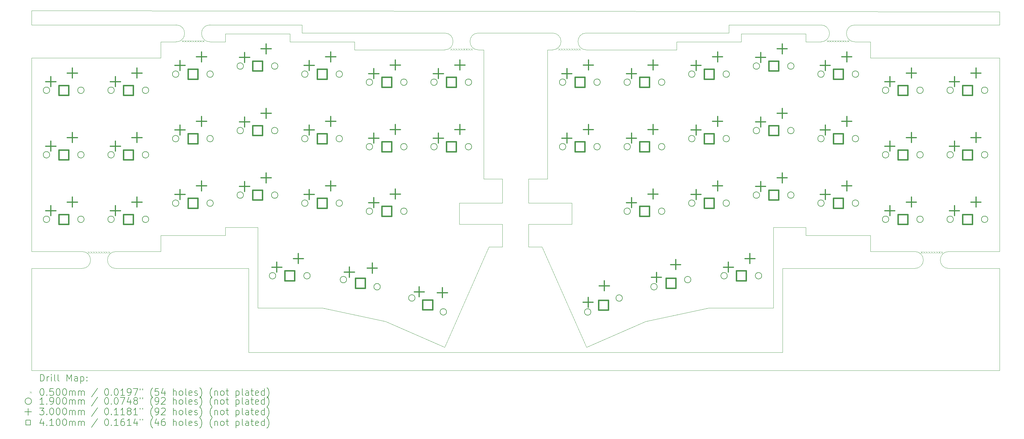
<source format=gbr>
%TF.GenerationSoftware,KiCad,Pcbnew,9.0.0*%
%TF.CreationDate,2025-03-23T14:50:25-06:00*%
%TF.ProjectId,travyboard,74726176-7962-46f6-9172-642e6b696361,rev?*%
%TF.SameCoordinates,Original*%
%TF.FileFunction,Drillmap*%
%TF.FilePolarity,Positive*%
%FSLAX45Y45*%
G04 Gerber Fmt 4.5, Leading zero omitted, Abs format (unit mm)*
G04 Created by KiCad (PCBNEW 9.0.0) date 2025-03-23 14:50:25*
%MOMM*%
%LPD*%
G01*
G04 APERTURE LIST*
%ADD10C,0.050000*%
%ADD11C,0.200000*%
%ADD12C,0.100000*%
%ADD13C,0.190000*%
%ADD14C,0.300000*%
%ADD15C,0.410000*%
G04 APERTURE END LIST*
D10*
X31869144Y-2616711D02*
X31869144Y-8331710D01*
X5812075Y-8831675D02*
X9723538Y-8831675D01*
X9038934Y-7617335D02*
X9991434Y-7617335D01*
X17209934Y-7527185D02*
X17209934Y-8192785D01*
X26606648Y-1640480D02*
G75*
G02*
X26606648Y-2140460I2J-249990D01*
G01*
X9038934Y-7855460D02*
X9038934Y-7617335D01*
X25201644Y-7617335D02*
X25201644Y-9998586D01*
X15503491Y-11160158D02*
X16812259Y-8192785D01*
X19689586Y-11160158D02*
X18380819Y-8192785D01*
X30375558Y-8331706D02*
X31869144Y-8331710D01*
X3323934Y-2616711D02*
X7133934Y-2616711D01*
X26154144Y-2140461D02*
X26154144Y-1902335D01*
X23296644Y-9998586D02*
X21432585Y-10391405D01*
X17983144Y-6897185D02*
X19258144Y-6897185D01*
X9991434Y-9998586D02*
X11896434Y-9998586D01*
X3323934Y-8831675D02*
X3323934Y-11844046D01*
X7133934Y-2616711D02*
X7133934Y-2140461D01*
X17983144Y-6188585D02*
X17983144Y-6897185D01*
X31869144Y-11844046D02*
X3323934Y-11844046D01*
X27606648Y-2140461D02*
X28059144Y-2140461D01*
X16658934Y-2378586D02*
X16658934Y-6188585D01*
X9991434Y-7617335D02*
X9991434Y-9998586D01*
X29374849Y-8331706D02*
G75*
G02*
X29374849Y-8831754I1J-250024D01*
G01*
X17983144Y-7527185D02*
X17983144Y-8192785D01*
X19688999Y-1878614D02*
X23891963Y-1878607D01*
X11301114Y-1878605D02*
X11301114Y-1640480D01*
X16504079Y-2378586D02*
G75*
G02*
X16504079Y-1878604I0J249991D01*
G01*
X18534144Y-2378586D02*
X18688999Y-2378595D01*
X24249144Y-1902335D02*
X24249144Y-2140461D01*
X4812169Y-8331710D02*
X3323934Y-8331710D01*
X15934934Y-6897185D02*
X15934934Y-7527185D01*
X16658934Y-2378586D02*
X16504079Y-2378586D01*
X15504079Y-1878605D02*
X11301114Y-1878605D01*
X25201644Y-9998586D02*
X23296644Y-9998586D01*
X7133934Y-7855460D02*
X9038934Y-7855460D01*
X26154144Y-7855460D02*
X26154144Y-7617335D01*
X7586430Y-1640480D02*
G75*
G02*
X7586430Y-2140460I0J-249990D01*
G01*
X17209934Y-6897185D02*
X15934934Y-6897185D01*
X15504079Y-1878605D02*
G75*
G02*
X15504079Y-2378585I0J-249990D01*
G01*
X19258144Y-7527185D02*
X17983144Y-7527185D01*
X7586430Y-1640480D02*
X3323934Y-1640480D01*
X18688999Y-1878605D02*
X16504627Y-1878605D01*
X26154144Y-7617335D02*
X25201644Y-7617335D01*
X19688999Y-2378586D02*
G75*
G02*
X19688999Y-1878614I2J249986D01*
G01*
X11896434Y-9998586D02*
X13760493Y-10391405D01*
X3323934Y-1217727D02*
X31869144Y-1247493D01*
X17209934Y-6188585D02*
X16658934Y-6188585D01*
X26154144Y-2140461D02*
X26606648Y-2140461D01*
X29374849Y-8331688D02*
X28059144Y-8331706D01*
X10943934Y-1902335D02*
X10943934Y-2140461D01*
X21432585Y-10391405D02*
X19689586Y-11160158D01*
X25469540Y-8831671D02*
X25469540Y-11308266D01*
X30374849Y-8831755D02*
G75*
G02*
X30374849Y-8331705I1J250025D01*
G01*
X9723538Y-8831675D02*
X9723538Y-11308270D01*
X5812075Y-8831675D02*
G75*
G02*
X5812262Y-8331711I94J249982D01*
G01*
X8586430Y-2140461D02*
G75*
G02*
X8586430Y-1640479I0J249991D01*
G01*
X31869144Y-2616711D02*
X28059144Y-2616711D01*
X30374850Y-8831755D02*
X31869144Y-8831671D01*
X10943934Y-2140461D02*
X12848934Y-2140461D01*
X17983144Y-8192785D02*
X18380819Y-8192785D01*
X5812262Y-8331711D02*
X7133934Y-8331710D01*
X9723538Y-11308270D02*
X25469540Y-11308266D01*
X28059144Y-7855460D02*
X26154144Y-7855460D01*
X19689000Y-2378586D02*
X22344144Y-2378586D01*
X17209934Y-8192785D02*
X16812259Y-8192785D01*
X4812214Y-8331710D02*
G75*
G02*
X4812213Y-8831676I-45J-249983D01*
G01*
X27605943Y-1640480D02*
X31869144Y-1640480D01*
X9038934Y-2140461D02*
X8586430Y-2140461D01*
X29374849Y-8831755D02*
X25469540Y-8831671D01*
X9038934Y-1902335D02*
X10943934Y-1902335D01*
X19258144Y-6897185D02*
X19258144Y-7527185D01*
X7133934Y-8331710D02*
X7133934Y-7855460D01*
X22344144Y-2140461D02*
X22344144Y-2378586D01*
X31869144Y-1247493D02*
X31869144Y-1640480D01*
X9038934Y-2140461D02*
X9038934Y-1902335D01*
X24249144Y-2140461D02*
X22344144Y-2140461D01*
X7586430Y-2140461D02*
X7133934Y-2140461D01*
X15934934Y-7527185D02*
X17209934Y-7527185D01*
X27606648Y-2140461D02*
G75*
G02*
X27606648Y-1640479I2J249991D01*
G01*
X4812169Y-8831693D02*
X3323934Y-8831675D01*
X12848934Y-2140461D02*
X12848934Y-2378586D01*
X15504079Y-2378586D02*
X12848926Y-2378586D01*
X17983144Y-6188585D02*
X18534144Y-6188585D01*
X23891963Y-1878607D02*
X23891963Y-1640480D01*
X17209934Y-6188585D02*
X17209934Y-6897185D01*
X18534144Y-2378586D02*
X18534144Y-6188585D01*
X26606648Y-1640480D02*
X23891963Y-1640480D01*
X18688999Y-1878605D02*
G75*
G02*
X18688999Y-2378595I2J-249995D01*
G01*
X28059144Y-8331710D02*
X28059144Y-7855460D01*
X3323934Y-2616711D02*
X3323934Y-8331710D01*
X8585723Y-1640480D02*
X11301114Y-1640480D01*
X28059144Y-2616711D02*
X28059144Y-2140461D01*
X13760493Y-10391405D02*
X15503491Y-11160158D01*
X3323934Y-1640480D02*
X3323934Y-1217727D01*
X26154144Y-1902335D02*
X24249144Y-1902335D01*
X31869144Y-8831671D02*
X31869144Y-11844046D01*
D11*
D12*
X4987169Y-8327693D02*
X5037169Y-8377693D01*
X5037169Y-8327693D02*
X4987169Y-8377693D01*
X5062169Y-8327693D02*
X5112169Y-8377693D01*
X5112169Y-8327693D02*
X5062169Y-8377693D01*
X5136169Y-8326693D02*
X5186169Y-8376693D01*
X5186169Y-8326693D02*
X5136169Y-8376693D01*
X5212169Y-8327693D02*
X5262169Y-8377693D01*
X5262169Y-8327693D02*
X5212169Y-8377693D01*
X5288169Y-8327693D02*
X5338169Y-8377693D01*
X5338169Y-8327693D02*
X5288169Y-8377693D01*
X5362169Y-8327693D02*
X5412169Y-8377693D01*
X5412169Y-8327693D02*
X5362169Y-8377693D01*
X5437169Y-8326693D02*
X5487169Y-8376693D01*
X5487169Y-8326693D02*
X5437169Y-8376693D01*
X5512169Y-8327693D02*
X5562169Y-8377693D01*
X5562169Y-8327693D02*
X5512169Y-8377693D01*
X5587169Y-8327693D02*
X5637169Y-8377693D01*
X5637169Y-8327693D02*
X5587169Y-8377693D01*
X7761430Y-2094470D02*
X7811430Y-2144471D01*
X7811430Y-2094470D02*
X7761430Y-2144471D01*
X7836430Y-2094470D02*
X7886430Y-2144471D01*
X7886430Y-2094470D02*
X7836430Y-2144471D01*
X7911430Y-2094470D02*
X7961430Y-2144471D01*
X7961430Y-2094470D02*
X7911430Y-2144471D01*
X7985430Y-2094470D02*
X8035430Y-2144471D01*
X8035430Y-2094470D02*
X7985430Y-2144471D01*
X8061430Y-2094470D02*
X8111430Y-2144471D01*
X8111430Y-2094470D02*
X8061430Y-2144471D01*
X8136430Y-2094470D02*
X8186430Y-2144471D01*
X8186430Y-2094470D02*
X8136430Y-2144471D01*
X8212430Y-2094470D02*
X8262430Y-2144471D01*
X8262430Y-2094470D02*
X8212430Y-2144471D01*
X8285430Y-2094470D02*
X8335430Y-2144471D01*
X8335430Y-2094470D02*
X8285430Y-2144471D01*
X8361430Y-2094470D02*
X8411430Y-2144471D01*
X8411430Y-2094470D02*
X8361430Y-2144471D01*
X15679079Y-2332595D02*
X15729079Y-2382595D01*
X15729079Y-2332595D02*
X15679079Y-2382595D01*
X15754079Y-2332595D02*
X15804079Y-2382595D01*
X15804079Y-2332595D02*
X15754079Y-2382595D01*
X15829079Y-2332595D02*
X15879079Y-2382595D01*
X15879079Y-2332595D02*
X15829079Y-2382595D01*
X15903079Y-2332595D02*
X15953079Y-2382595D01*
X15953079Y-2332595D02*
X15903079Y-2382595D01*
X15979079Y-2332595D02*
X16029079Y-2382595D01*
X16029079Y-2332595D02*
X15979079Y-2382595D01*
X16054079Y-2332595D02*
X16104079Y-2382595D01*
X16104079Y-2332595D02*
X16054079Y-2382595D01*
X16130079Y-2332595D02*
X16180079Y-2382595D01*
X16180079Y-2332595D02*
X16130079Y-2382595D01*
X16203079Y-2332595D02*
X16253079Y-2382595D01*
X16253079Y-2332595D02*
X16203079Y-2382595D01*
X16279079Y-2332595D02*
X16329079Y-2382595D01*
X16329079Y-2332595D02*
X16279079Y-2382595D01*
X18863999Y-2332595D02*
X18913999Y-2382595D01*
X18913999Y-2332595D02*
X18863999Y-2382595D01*
X18938999Y-2332595D02*
X18988999Y-2382595D01*
X18988999Y-2332595D02*
X18938999Y-2382595D01*
X19013999Y-2332595D02*
X19063999Y-2382595D01*
X19063999Y-2332595D02*
X19013999Y-2382595D01*
X19087999Y-2332595D02*
X19137999Y-2382595D01*
X19137999Y-2332595D02*
X19087999Y-2382595D01*
X19163999Y-2332595D02*
X19213999Y-2382595D01*
X19213999Y-2332595D02*
X19163999Y-2382595D01*
X19238999Y-2332595D02*
X19288999Y-2382595D01*
X19288999Y-2332595D02*
X19238999Y-2382595D01*
X19314999Y-2332595D02*
X19364999Y-2382595D01*
X19364999Y-2332595D02*
X19314999Y-2382595D01*
X19387999Y-2332595D02*
X19437999Y-2382595D01*
X19437999Y-2332595D02*
X19387999Y-2382595D01*
X19463999Y-2332595D02*
X19513999Y-2382595D01*
X19513999Y-2332595D02*
X19463999Y-2382595D01*
X26781648Y-2094470D02*
X26831648Y-2144471D01*
X26831648Y-2094470D02*
X26781648Y-2144471D01*
X26856648Y-2094470D02*
X26906648Y-2144471D01*
X26906648Y-2094470D02*
X26856648Y-2144471D01*
X26931648Y-2094470D02*
X26981648Y-2144471D01*
X26981648Y-2094470D02*
X26931648Y-2144471D01*
X27005648Y-2094470D02*
X27055648Y-2144471D01*
X27055648Y-2094470D02*
X27005648Y-2144471D01*
X27081648Y-2094470D02*
X27131648Y-2144471D01*
X27131648Y-2094470D02*
X27081648Y-2144471D01*
X27156648Y-2094470D02*
X27206648Y-2144471D01*
X27206648Y-2094470D02*
X27156648Y-2144471D01*
X27232648Y-2094470D02*
X27282648Y-2144471D01*
X27282648Y-2094470D02*
X27232648Y-2144471D01*
X27305648Y-2094470D02*
X27355648Y-2144471D01*
X27355648Y-2094470D02*
X27305648Y-2144471D01*
X27381648Y-2094470D02*
X27431648Y-2144471D01*
X27431648Y-2094470D02*
X27381648Y-2144471D01*
X29549849Y-8327730D02*
X29599849Y-8377730D01*
X29599849Y-8327730D02*
X29549849Y-8377730D01*
X29624849Y-8327730D02*
X29674849Y-8377730D01*
X29674849Y-8327730D02*
X29624849Y-8377730D01*
X29698849Y-8326730D02*
X29748849Y-8376730D01*
X29748849Y-8326730D02*
X29698849Y-8376730D01*
X29774849Y-8327730D02*
X29824849Y-8377730D01*
X29824849Y-8327730D02*
X29774849Y-8377730D01*
X29850849Y-8327730D02*
X29900849Y-8377730D01*
X29900849Y-8327730D02*
X29850849Y-8377730D01*
X29924849Y-8327730D02*
X29974849Y-8377730D01*
X29974849Y-8327730D02*
X29924849Y-8377730D01*
X29999849Y-8326730D02*
X30049849Y-8376730D01*
X30049849Y-8326730D02*
X29999849Y-8376730D01*
X30074849Y-8327730D02*
X30124849Y-8377730D01*
X30124849Y-8327730D02*
X30074849Y-8377730D01*
X30149849Y-8327730D02*
X30199849Y-8377730D01*
X30199849Y-8327730D02*
X30149849Y-8377730D01*
D13*
X3857373Y-3569207D02*
G75*
G02*
X3667373Y-3569207I-95000J0D01*
G01*
X3667373Y-3569207D02*
G75*
G02*
X3857373Y-3569207I95000J0D01*
G01*
X3857373Y-5474209D02*
G75*
G02*
X3667373Y-5474209I-95000J0D01*
G01*
X3667373Y-5474209D02*
G75*
G02*
X3857373Y-5474209I95000J0D01*
G01*
X3857373Y-7379210D02*
G75*
G02*
X3667373Y-7379210I-95000J0D01*
G01*
X3667373Y-7379210D02*
G75*
G02*
X3857373Y-7379210I95000J0D01*
G01*
X4873373Y-3569207D02*
G75*
G02*
X4683373Y-3569207I-95000J0D01*
G01*
X4683373Y-3569207D02*
G75*
G02*
X4873373Y-3569207I95000J0D01*
G01*
X4873373Y-5474209D02*
G75*
G02*
X4683373Y-5474209I-95000J0D01*
G01*
X4683373Y-5474209D02*
G75*
G02*
X4873373Y-5474209I95000J0D01*
G01*
X4873373Y-7379210D02*
G75*
G02*
X4683373Y-7379210I-95000J0D01*
G01*
X4683373Y-7379210D02*
G75*
G02*
X4873373Y-7379210I95000J0D01*
G01*
X5762375Y-3569207D02*
G75*
G02*
X5572375Y-3569207I-95000J0D01*
G01*
X5572375Y-3569207D02*
G75*
G02*
X5762375Y-3569207I95000J0D01*
G01*
X5762375Y-5474209D02*
G75*
G02*
X5572375Y-5474209I-95000J0D01*
G01*
X5572375Y-5474209D02*
G75*
G02*
X5762375Y-5474209I95000J0D01*
G01*
X5762375Y-7379210D02*
G75*
G02*
X5572375Y-7379210I-95000J0D01*
G01*
X5572375Y-7379210D02*
G75*
G02*
X5762375Y-7379210I95000J0D01*
G01*
X6778375Y-3569207D02*
G75*
G02*
X6588375Y-3569207I-95000J0D01*
G01*
X6588375Y-3569207D02*
G75*
G02*
X6778375Y-3569207I95000J0D01*
G01*
X6778375Y-5474209D02*
G75*
G02*
X6588375Y-5474209I-95000J0D01*
G01*
X6588375Y-5474209D02*
G75*
G02*
X6778375Y-5474209I95000J0D01*
G01*
X6778375Y-7379210D02*
G75*
G02*
X6588375Y-7379210I-95000J0D01*
G01*
X6588375Y-7379210D02*
G75*
G02*
X6778375Y-7379210I95000J0D01*
G01*
X7667375Y-3092907D02*
G75*
G02*
X7477375Y-3092907I-95000J0D01*
G01*
X7477375Y-3092907D02*
G75*
G02*
X7667375Y-3092907I95000J0D01*
G01*
X7667377Y-4997959D02*
G75*
G02*
X7477377Y-4997959I-95000J0D01*
G01*
X7477377Y-4997959D02*
G75*
G02*
X7667377Y-4997959I95000J0D01*
G01*
X7667377Y-6902960D02*
G75*
G02*
X7477377Y-6902960I-95000J0D01*
G01*
X7477377Y-6902960D02*
G75*
G02*
X7667377Y-6902960I95000J0D01*
G01*
X8683375Y-3092907D02*
G75*
G02*
X8493375Y-3092907I-95000J0D01*
G01*
X8493375Y-3092907D02*
G75*
G02*
X8683375Y-3092907I95000J0D01*
G01*
X8683377Y-4997959D02*
G75*
G02*
X8493377Y-4997959I-95000J0D01*
G01*
X8493377Y-4997959D02*
G75*
G02*
X8683377Y-4997959I95000J0D01*
G01*
X8683377Y-6902960D02*
G75*
G02*
X8493377Y-6902960I-95000J0D01*
G01*
X8493377Y-6902960D02*
G75*
G02*
X8683377Y-6902960I95000J0D01*
G01*
X9572375Y-2854807D02*
G75*
G02*
X9382375Y-2854807I-95000J0D01*
G01*
X9382375Y-2854807D02*
G75*
G02*
X9572375Y-2854807I95000J0D01*
G01*
X9572377Y-4759859D02*
G75*
G02*
X9382377Y-4759859I-95000J0D01*
G01*
X9382377Y-4759859D02*
G75*
G02*
X9572377Y-4759859I95000J0D01*
G01*
X9572377Y-6664860D02*
G75*
G02*
X9382377Y-6664860I-95000J0D01*
G01*
X9382377Y-6664860D02*
G75*
G02*
X9572377Y-6664860I95000J0D01*
G01*
X10524879Y-9046087D02*
G75*
G02*
X10334879Y-9046087I-95000J0D01*
G01*
X10334879Y-9046087D02*
G75*
G02*
X10524879Y-9046087I95000J0D01*
G01*
X10588375Y-2854807D02*
G75*
G02*
X10398375Y-2854807I-95000J0D01*
G01*
X10398375Y-2854807D02*
G75*
G02*
X10588375Y-2854807I95000J0D01*
G01*
X10588377Y-4759859D02*
G75*
G02*
X10398377Y-4759859I-95000J0D01*
G01*
X10398377Y-4759859D02*
G75*
G02*
X10588377Y-4759859I95000J0D01*
G01*
X10588377Y-6664860D02*
G75*
G02*
X10398377Y-6664860I-95000J0D01*
G01*
X10398377Y-6664860D02*
G75*
G02*
X10588377Y-6664860I95000J0D01*
G01*
X11477375Y-3092907D02*
G75*
G02*
X11287375Y-3092907I-95000J0D01*
G01*
X11287375Y-3092907D02*
G75*
G02*
X11477375Y-3092907I95000J0D01*
G01*
X11477377Y-4997959D02*
G75*
G02*
X11287377Y-4997959I-95000J0D01*
G01*
X11287377Y-4997959D02*
G75*
G02*
X11477377Y-4997959I95000J0D01*
G01*
X11477377Y-6902960D02*
G75*
G02*
X11287377Y-6902960I-95000J0D01*
G01*
X11287377Y-6902960D02*
G75*
G02*
X11477377Y-6902960I95000J0D01*
G01*
X11540879Y-9046087D02*
G75*
G02*
X11350879Y-9046087I-95000J0D01*
G01*
X11350879Y-9046087D02*
G75*
G02*
X11540879Y-9046087I95000J0D01*
G01*
X12493375Y-3092907D02*
G75*
G02*
X12303375Y-3092907I-95000J0D01*
G01*
X12303375Y-3092907D02*
G75*
G02*
X12493375Y-3092907I95000J0D01*
G01*
X12493377Y-4997959D02*
G75*
G02*
X12303377Y-4997959I-95000J0D01*
G01*
X12303377Y-4997959D02*
G75*
G02*
X12493377Y-4997959I95000J0D01*
G01*
X12493377Y-6902960D02*
G75*
G02*
X12303377Y-6902960I-95000J0D01*
G01*
X12303377Y-6902960D02*
G75*
G02*
X12493377Y-6902960I95000J0D01*
G01*
X12614357Y-9160593D02*
G75*
G02*
X12424357Y-9160593I-95000J0D01*
G01*
X12424357Y-9160593D02*
G75*
G02*
X12614357Y-9160593I95000J0D01*
G01*
X13382375Y-3331007D02*
G75*
G02*
X13192375Y-3331007I-95000J0D01*
G01*
X13192375Y-3331007D02*
G75*
G02*
X13382375Y-3331007I95000J0D01*
G01*
X13382377Y-5236059D02*
G75*
G02*
X13192377Y-5236059I-95000J0D01*
G01*
X13192377Y-5236059D02*
G75*
G02*
X13382377Y-5236059I95000J0D01*
G01*
X13382377Y-7141060D02*
G75*
G02*
X13192377Y-7141060I-95000J0D01*
G01*
X13192377Y-7141060D02*
G75*
G02*
X13382377Y-7141060I95000J0D01*
G01*
X13608379Y-9370773D02*
G75*
G02*
X13418379Y-9370773I-95000J0D01*
G01*
X13418379Y-9370773D02*
G75*
G02*
X13608379Y-9370773I95000J0D01*
G01*
X14398375Y-3331007D02*
G75*
G02*
X14208375Y-3331007I-95000J0D01*
G01*
X14208375Y-3331007D02*
G75*
G02*
X14398375Y-3331007I95000J0D01*
G01*
X14398377Y-5236059D02*
G75*
G02*
X14208377Y-5236059I-95000J0D01*
G01*
X14208377Y-5236059D02*
G75*
G02*
X14398377Y-5236059I95000J0D01*
G01*
X14398377Y-7141060D02*
G75*
G02*
X14208377Y-7141060I-95000J0D01*
G01*
X14208377Y-7141060D02*
G75*
G02*
X14398377Y-7141060I95000J0D01*
G01*
X14633024Y-9701902D02*
G75*
G02*
X14443024Y-9701902I-95000J0D01*
G01*
X14443024Y-9701902D02*
G75*
G02*
X14633024Y-9701902I95000J0D01*
G01*
X15287375Y-3331007D02*
G75*
G02*
X15097375Y-3331007I-95000J0D01*
G01*
X15097375Y-3331007D02*
G75*
G02*
X15287375Y-3331007I95000J0D01*
G01*
X15287377Y-5236059D02*
G75*
G02*
X15097377Y-5236059I-95000J0D01*
G01*
X15097377Y-5236059D02*
G75*
G02*
X15287377Y-5236059I95000J0D01*
G01*
X15562056Y-10113186D02*
G75*
G02*
X15372056Y-10113186I-95000J0D01*
G01*
X15372056Y-10113186D02*
G75*
G02*
X15562056Y-10113186I95000J0D01*
G01*
X16303375Y-3331007D02*
G75*
G02*
X16113375Y-3331007I-95000J0D01*
G01*
X16113375Y-3331007D02*
G75*
G02*
X16303375Y-3331007I95000J0D01*
G01*
X16303377Y-5236059D02*
G75*
G02*
X16113377Y-5236059I-95000J0D01*
G01*
X16113377Y-5236059D02*
G75*
G02*
X16303377Y-5236059I95000J0D01*
G01*
X19080073Y-3330781D02*
G75*
G02*
X18890073Y-3330781I-95000J0D01*
G01*
X18890073Y-3330781D02*
G75*
G02*
X19080073Y-3330781I95000J0D01*
G01*
X19080073Y-5235783D02*
G75*
G02*
X18890073Y-5235783I-95000J0D01*
G01*
X18890073Y-5235783D02*
G75*
G02*
X19080073Y-5235783I95000J0D01*
G01*
X19819486Y-10115889D02*
G75*
G02*
X19629486Y-10115889I-95000J0D01*
G01*
X19629486Y-10115889D02*
G75*
G02*
X19819486Y-10115889I95000J0D01*
G01*
X20096073Y-3330781D02*
G75*
G02*
X19906073Y-3330781I-95000J0D01*
G01*
X19906073Y-3330781D02*
G75*
G02*
X20096073Y-3330781I95000J0D01*
G01*
X20096073Y-5235783D02*
G75*
G02*
X19906073Y-5235783I-95000J0D01*
G01*
X19906073Y-5235783D02*
G75*
G02*
X20096073Y-5235783I95000J0D01*
G01*
X20748512Y-9704590D02*
G75*
G02*
X20558512Y-9704590I-95000J0D01*
G01*
X20558512Y-9704590D02*
G75*
G02*
X20748512Y-9704590I95000J0D01*
G01*
X20985073Y-3330781D02*
G75*
G02*
X20795073Y-3330781I-95000J0D01*
G01*
X20795073Y-3330781D02*
G75*
G02*
X20985073Y-3330781I95000J0D01*
G01*
X20985073Y-5235783D02*
G75*
G02*
X20795073Y-5235783I-95000J0D01*
G01*
X20795073Y-5235783D02*
G75*
G02*
X20985073Y-5235783I95000J0D01*
G01*
X20985073Y-7140785D02*
G75*
G02*
X20795073Y-7140785I-95000J0D01*
G01*
X20795073Y-7140785D02*
G75*
G02*
X20985073Y-7140785I95000J0D01*
G01*
X21775079Y-9370480D02*
G75*
G02*
X21585079Y-9370480I-95000J0D01*
G01*
X21585079Y-9370480D02*
G75*
G02*
X21775079Y-9370480I95000J0D01*
G01*
X22001073Y-3330781D02*
G75*
G02*
X21811073Y-3330781I-95000J0D01*
G01*
X21811073Y-3330781D02*
G75*
G02*
X22001073Y-3330781I95000J0D01*
G01*
X22001073Y-5235783D02*
G75*
G02*
X21811073Y-5235783I-95000J0D01*
G01*
X21811073Y-5235783D02*
G75*
G02*
X22001073Y-5235783I95000J0D01*
G01*
X22001073Y-7140785D02*
G75*
G02*
X21811073Y-7140785I-95000J0D01*
G01*
X21811073Y-7140785D02*
G75*
G02*
X22001073Y-7140785I95000J0D01*
G01*
X22769098Y-9160282D02*
G75*
G02*
X22579098Y-9160282I-95000J0D01*
G01*
X22579098Y-9160282D02*
G75*
G02*
X22769098Y-9160282I95000J0D01*
G01*
X22890075Y-3092581D02*
G75*
G02*
X22700075Y-3092581I-95000J0D01*
G01*
X22700075Y-3092581D02*
G75*
G02*
X22890075Y-3092581I95000J0D01*
G01*
X22890075Y-6902585D02*
G75*
G02*
X22700075Y-6902585I-95000J0D01*
G01*
X22700075Y-6902585D02*
G75*
G02*
X22890075Y-6902585I95000J0D01*
G01*
X22890076Y-4997583D02*
G75*
G02*
X22700076Y-4997583I-95000J0D01*
G01*
X22700076Y-4997583D02*
G75*
G02*
X22890076Y-4997583I95000J0D01*
G01*
X23842578Y-9045785D02*
G75*
G02*
X23652578Y-9045785I-95000J0D01*
G01*
X23652578Y-9045785D02*
G75*
G02*
X23842578Y-9045785I95000J0D01*
G01*
X23906075Y-3092581D02*
G75*
G02*
X23716075Y-3092581I-95000J0D01*
G01*
X23716075Y-3092581D02*
G75*
G02*
X23906075Y-3092581I95000J0D01*
G01*
X23906075Y-6902585D02*
G75*
G02*
X23716075Y-6902585I-95000J0D01*
G01*
X23716075Y-6902585D02*
G75*
G02*
X23906075Y-6902585I95000J0D01*
G01*
X23906076Y-4997583D02*
G75*
G02*
X23716076Y-4997583I-95000J0D01*
G01*
X23716076Y-4997583D02*
G75*
G02*
X23906076Y-4997583I95000J0D01*
G01*
X24795076Y-2854481D02*
G75*
G02*
X24605076Y-2854481I-95000J0D01*
G01*
X24605076Y-2854481D02*
G75*
G02*
X24795076Y-2854481I95000J0D01*
G01*
X24795076Y-4759483D02*
G75*
G02*
X24605076Y-4759483I-95000J0D01*
G01*
X24605076Y-4759483D02*
G75*
G02*
X24795076Y-4759483I95000J0D01*
G01*
X24795076Y-6664485D02*
G75*
G02*
X24605076Y-6664485I-95000J0D01*
G01*
X24605076Y-6664485D02*
G75*
G02*
X24795076Y-6664485I95000J0D01*
G01*
X24858578Y-9045785D02*
G75*
G02*
X24668578Y-9045785I-95000J0D01*
G01*
X24668578Y-9045785D02*
G75*
G02*
X24858578Y-9045785I95000J0D01*
G01*
X25811076Y-2854481D02*
G75*
G02*
X25621076Y-2854481I-95000J0D01*
G01*
X25621076Y-2854481D02*
G75*
G02*
X25811076Y-2854481I95000J0D01*
G01*
X25811076Y-4759483D02*
G75*
G02*
X25621076Y-4759483I-95000J0D01*
G01*
X25621076Y-4759483D02*
G75*
G02*
X25811076Y-4759483I95000J0D01*
G01*
X25811076Y-6664485D02*
G75*
G02*
X25621076Y-6664485I-95000J0D01*
G01*
X25621076Y-6664485D02*
G75*
G02*
X25811076Y-6664485I95000J0D01*
G01*
X26700078Y-3092581D02*
G75*
G02*
X26510078Y-3092581I-95000J0D01*
G01*
X26510078Y-3092581D02*
G75*
G02*
X26700078Y-3092581I95000J0D01*
G01*
X26700078Y-4997583D02*
G75*
G02*
X26510078Y-4997583I-95000J0D01*
G01*
X26510078Y-4997583D02*
G75*
G02*
X26700078Y-4997583I95000J0D01*
G01*
X26700078Y-6902585D02*
G75*
G02*
X26510078Y-6902585I-95000J0D01*
G01*
X26510078Y-6902585D02*
G75*
G02*
X26700078Y-6902585I95000J0D01*
G01*
X27716078Y-3092581D02*
G75*
G02*
X27526078Y-3092581I-95000J0D01*
G01*
X27526078Y-3092581D02*
G75*
G02*
X27716078Y-3092581I95000J0D01*
G01*
X27716078Y-4997583D02*
G75*
G02*
X27526078Y-4997583I-95000J0D01*
G01*
X27526078Y-4997583D02*
G75*
G02*
X27716078Y-4997583I95000J0D01*
G01*
X27716078Y-6902585D02*
G75*
G02*
X27526078Y-6902585I-95000J0D01*
G01*
X27526078Y-6902585D02*
G75*
G02*
X27716078Y-6902585I95000J0D01*
G01*
X28605079Y-3568881D02*
G75*
G02*
X28415079Y-3568881I-95000J0D01*
G01*
X28415079Y-3568881D02*
G75*
G02*
X28605079Y-3568881I95000J0D01*
G01*
X28605079Y-5473883D02*
G75*
G02*
X28415079Y-5473883I-95000J0D01*
G01*
X28415079Y-5473883D02*
G75*
G02*
X28605079Y-5473883I95000J0D01*
G01*
X28605079Y-7378885D02*
G75*
G02*
X28415079Y-7378885I-95000J0D01*
G01*
X28415079Y-7378885D02*
G75*
G02*
X28605079Y-7378885I95000J0D01*
G01*
X29621079Y-3568881D02*
G75*
G02*
X29431079Y-3568881I-95000J0D01*
G01*
X29431079Y-3568881D02*
G75*
G02*
X29621079Y-3568881I95000J0D01*
G01*
X29621079Y-5473883D02*
G75*
G02*
X29431079Y-5473883I-95000J0D01*
G01*
X29431079Y-5473883D02*
G75*
G02*
X29621079Y-5473883I95000J0D01*
G01*
X29621079Y-7378885D02*
G75*
G02*
X29431079Y-7378885I-95000J0D01*
G01*
X29431079Y-7378885D02*
G75*
G02*
X29621079Y-7378885I95000J0D01*
G01*
X30510081Y-3568881D02*
G75*
G02*
X30320081Y-3568881I-95000J0D01*
G01*
X30320081Y-3568881D02*
G75*
G02*
X30510081Y-3568881I95000J0D01*
G01*
X30510081Y-5473883D02*
G75*
G02*
X30320081Y-5473883I-95000J0D01*
G01*
X30320081Y-5473883D02*
G75*
G02*
X30510081Y-5473883I95000J0D01*
G01*
X30510081Y-7378885D02*
G75*
G02*
X30320081Y-7378885I-95000J0D01*
G01*
X30320081Y-7378885D02*
G75*
G02*
X30510081Y-7378885I95000J0D01*
G01*
X31526081Y-3568881D02*
G75*
G02*
X31336081Y-3568881I-95000J0D01*
G01*
X31336081Y-3568881D02*
G75*
G02*
X31526081Y-3568881I95000J0D01*
G01*
X31526081Y-5473883D02*
G75*
G02*
X31336081Y-5473883I-95000J0D01*
G01*
X31336081Y-5473883D02*
G75*
G02*
X31526081Y-5473883I95000J0D01*
G01*
X31526081Y-7378885D02*
G75*
G02*
X31336081Y-7378885I-95000J0D01*
G01*
X31336081Y-7378885D02*
G75*
G02*
X31526081Y-7378885I95000J0D01*
G01*
D14*
X3889373Y-3165207D02*
X3889373Y-3465207D01*
X3739373Y-3315207D02*
X4039373Y-3315207D01*
X3889373Y-5070209D02*
X3889373Y-5370209D01*
X3739373Y-5220209D02*
X4039373Y-5220209D01*
X3889373Y-6975210D02*
X3889373Y-7275210D01*
X3739373Y-7125210D02*
X4039373Y-7125210D01*
X4524373Y-2911207D02*
X4524373Y-3211207D01*
X4374373Y-3061207D02*
X4674373Y-3061207D01*
X4524373Y-4816209D02*
X4524373Y-5116209D01*
X4374373Y-4966209D02*
X4674373Y-4966209D01*
X4524373Y-6721210D02*
X4524373Y-7021210D01*
X4374373Y-6871210D02*
X4674373Y-6871210D01*
X5794375Y-3165207D02*
X5794375Y-3465207D01*
X5644375Y-3315207D02*
X5944375Y-3315207D01*
X5794375Y-5070209D02*
X5794375Y-5370209D01*
X5644375Y-5220209D02*
X5944375Y-5220209D01*
X5794375Y-6975210D02*
X5794375Y-7275210D01*
X5644375Y-7125210D02*
X5944375Y-7125210D01*
X6429375Y-2911207D02*
X6429375Y-3211207D01*
X6279375Y-3061207D02*
X6579375Y-3061207D01*
X6429375Y-4816209D02*
X6429375Y-5116209D01*
X6279375Y-4966209D02*
X6579375Y-4966209D01*
X6429375Y-6721210D02*
X6429375Y-7021210D01*
X6279375Y-6871210D02*
X6579375Y-6871210D01*
X7699375Y-2688907D02*
X7699375Y-2988907D01*
X7549375Y-2838907D02*
X7849375Y-2838907D01*
X7699377Y-4593959D02*
X7699377Y-4893959D01*
X7549377Y-4743959D02*
X7849377Y-4743959D01*
X7699377Y-6498960D02*
X7699377Y-6798960D01*
X7549377Y-6648960D02*
X7849377Y-6648960D01*
X8334375Y-2434907D02*
X8334375Y-2734907D01*
X8184375Y-2584907D02*
X8484375Y-2584907D01*
X8334377Y-4339959D02*
X8334377Y-4639959D01*
X8184377Y-4489959D02*
X8484377Y-4489959D01*
X8334377Y-6244960D02*
X8334377Y-6544960D01*
X8184377Y-6394960D02*
X8484377Y-6394960D01*
X9604375Y-2450807D02*
X9604375Y-2750807D01*
X9454375Y-2600807D02*
X9754375Y-2600807D01*
X9604377Y-4355859D02*
X9604377Y-4655859D01*
X9454377Y-4505859D02*
X9754377Y-4505859D01*
X9604377Y-6260860D02*
X9604377Y-6560860D01*
X9454377Y-6410860D02*
X9754377Y-6410860D01*
X10239375Y-2196807D02*
X10239375Y-2496807D01*
X10089375Y-2346807D02*
X10389375Y-2346807D01*
X10239377Y-4101858D02*
X10239377Y-4401859D01*
X10089377Y-4251859D02*
X10389377Y-4251859D01*
X10239377Y-6006860D02*
X10239377Y-6306860D01*
X10089377Y-6156860D02*
X10389377Y-6156860D01*
X10556879Y-8642087D02*
X10556879Y-8942087D01*
X10406879Y-8792087D02*
X10706879Y-8792087D01*
X11191879Y-8388087D02*
X11191879Y-8688087D01*
X11041879Y-8538087D02*
X11341879Y-8538087D01*
X11509375Y-2688907D02*
X11509375Y-2988907D01*
X11359375Y-2838907D02*
X11659375Y-2838907D01*
X11509377Y-4593959D02*
X11509377Y-4893959D01*
X11359377Y-4743959D02*
X11659377Y-4743959D01*
X11509377Y-6498960D02*
X11509377Y-6798960D01*
X11359377Y-6648960D02*
X11659377Y-6648960D01*
X12144375Y-2434907D02*
X12144375Y-2734907D01*
X11994375Y-2584907D02*
X12294375Y-2584907D01*
X12144377Y-4339959D02*
X12144377Y-4639959D01*
X11994377Y-4489959D02*
X12294377Y-4489959D01*
X12144377Y-6244960D02*
X12144377Y-6544960D01*
X11994377Y-6394960D02*
X12294377Y-6394960D01*
X12696155Y-8788360D02*
X12696155Y-9088360D01*
X12546155Y-8938360D02*
X12846155Y-8938360D01*
X13369964Y-8671217D02*
X13369964Y-8971217D01*
X13219964Y-8821217D02*
X13519964Y-8821217D01*
X13414375Y-2927007D02*
X13414375Y-3227007D01*
X13264375Y-3077007D02*
X13564375Y-3077007D01*
X13414377Y-4832059D02*
X13414377Y-5132059D01*
X13264377Y-4982059D02*
X13564377Y-4982059D01*
X13414377Y-6737060D02*
X13414377Y-7037060D01*
X13264377Y-6887060D02*
X13564377Y-6887060D01*
X14049375Y-2673007D02*
X14049375Y-2973007D01*
X13899375Y-2823007D02*
X14199375Y-2823007D01*
X14049377Y-4578059D02*
X14049377Y-4878059D01*
X13899377Y-4728059D02*
X14199377Y-4728059D01*
X14049377Y-6483060D02*
X14049377Y-6783060D01*
X13899377Y-6633060D02*
X14199377Y-6633060D01*
X14756974Y-9371054D02*
X14756974Y-9671054D01*
X14606974Y-9521054D02*
X14906974Y-9521054D01*
X15319375Y-2927007D02*
X15319375Y-3227007D01*
X15169375Y-3077007D02*
X15469375Y-3077007D01*
X15319377Y-4832059D02*
X15319377Y-5132059D01*
X15169377Y-4982059D02*
X15469377Y-4982059D01*
X15440440Y-9395848D02*
X15440440Y-9695848D01*
X15290440Y-9545848D02*
X15590440Y-9545848D01*
X15954375Y-2673007D02*
X15954375Y-2973007D01*
X15804375Y-2823007D02*
X16104375Y-2823007D01*
X15954377Y-4578059D02*
X15954377Y-4878059D01*
X15804377Y-4728059D02*
X16104377Y-4728059D01*
X19112073Y-2926781D02*
X19112073Y-3226781D01*
X18962073Y-3076781D02*
X19262073Y-3076781D01*
X19112073Y-4831783D02*
X19112073Y-5131783D01*
X18962073Y-4981783D02*
X19262073Y-4981783D01*
X19737790Y-9682220D02*
X19737790Y-9982220D01*
X19587790Y-9832220D02*
X19887790Y-9832220D01*
X19747073Y-2672782D02*
X19747073Y-2972781D01*
X19597073Y-2822781D02*
X19897073Y-2822781D01*
X19747073Y-4577783D02*
X19747073Y-4877783D01*
X19597073Y-4727783D02*
X19897073Y-4727783D01*
X20215606Y-9192902D02*
X20215606Y-9492902D01*
X20065606Y-9342902D02*
X20365606Y-9342902D01*
X21017073Y-2926781D02*
X21017073Y-3226781D01*
X20867073Y-3076781D02*
X21167073Y-3076781D01*
X21017073Y-4831783D02*
X21017073Y-5131783D01*
X20867073Y-4981783D02*
X21167073Y-4981783D01*
X21017073Y-6736785D02*
X21017073Y-7036785D01*
X20867073Y-6886785D02*
X21167073Y-6886785D01*
X21652073Y-2672782D02*
X21652073Y-2972781D01*
X21502073Y-2822781D02*
X21802073Y-2822781D01*
X21652073Y-4577783D02*
X21652073Y-4877783D01*
X21502073Y-4727783D02*
X21802073Y-4727783D01*
X21652073Y-6482785D02*
X21652073Y-6782785D01*
X21502073Y-6632785D02*
X21802073Y-6632785D01*
X21751782Y-8945701D02*
X21751782Y-9245701D01*
X21601782Y-9095701D02*
X21901782Y-9095701D01*
X22320494Y-8565822D02*
X22320494Y-8865822D01*
X22170494Y-8715822D02*
X22470494Y-8715822D01*
X22922075Y-2688582D02*
X22922075Y-2988581D01*
X22772075Y-2838581D02*
X23072075Y-2838581D01*
X22922075Y-6498585D02*
X22922075Y-6798585D01*
X22772075Y-6648585D02*
X23072075Y-6648585D01*
X22922076Y-4593583D02*
X22922076Y-4893583D01*
X22772076Y-4743583D02*
X23072076Y-4743583D01*
X23557075Y-2434582D02*
X23557075Y-2734582D01*
X23407075Y-2584582D02*
X23707075Y-2584582D01*
X23557075Y-6244585D02*
X23557075Y-6544585D01*
X23407075Y-6394585D02*
X23707075Y-6394585D01*
X23557076Y-4339583D02*
X23557076Y-4639583D01*
X23407076Y-4489583D02*
X23707076Y-4489583D01*
X23874578Y-8641785D02*
X23874578Y-8941785D01*
X23724578Y-8791785D02*
X24024578Y-8791785D01*
X24509578Y-8387785D02*
X24509578Y-8687785D01*
X24359578Y-8537785D02*
X24659578Y-8537785D01*
X24827076Y-2450482D02*
X24827076Y-2750482D01*
X24677076Y-2600482D02*
X24977076Y-2600482D01*
X24827076Y-4355483D02*
X24827076Y-4655483D01*
X24677076Y-4505483D02*
X24977076Y-4505483D01*
X24827076Y-6260485D02*
X24827076Y-6560485D01*
X24677076Y-6410485D02*
X24977076Y-6410485D01*
X25462076Y-2196482D02*
X25462076Y-2496482D01*
X25312076Y-2346482D02*
X25612076Y-2346482D01*
X25462076Y-4101483D02*
X25462076Y-4401483D01*
X25312076Y-4251483D02*
X25612076Y-4251483D01*
X25462076Y-6006485D02*
X25462076Y-6306485D01*
X25312076Y-6156485D02*
X25612076Y-6156485D01*
X26732078Y-2688582D02*
X26732078Y-2988581D01*
X26582078Y-2838581D02*
X26882078Y-2838581D01*
X26732078Y-4593583D02*
X26732078Y-4893583D01*
X26582078Y-4743583D02*
X26882078Y-4743583D01*
X26732078Y-6498585D02*
X26732078Y-6798585D01*
X26582078Y-6648585D02*
X26882078Y-6648585D01*
X27367078Y-2434582D02*
X27367078Y-2734582D01*
X27217078Y-2584582D02*
X27517078Y-2584582D01*
X27367078Y-4339583D02*
X27367078Y-4639583D01*
X27217078Y-4489583D02*
X27517078Y-4489583D01*
X27367078Y-6244585D02*
X27367078Y-6544585D01*
X27217078Y-6394585D02*
X27517078Y-6394585D01*
X28637079Y-3164881D02*
X28637079Y-3464881D01*
X28487079Y-3314881D02*
X28787079Y-3314881D01*
X28637079Y-5069883D02*
X28637079Y-5369883D01*
X28487079Y-5219883D02*
X28787079Y-5219883D01*
X28637079Y-6974885D02*
X28637079Y-7274885D01*
X28487079Y-7124885D02*
X28787079Y-7124885D01*
X29272079Y-2910881D02*
X29272079Y-3210881D01*
X29122079Y-3060881D02*
X29422079Y-3060881D01*
X29272079Y-4815883D02*
X29272079Y-5115883D01*
X29122079Y-4965883D02*
X29422079Y-4965883D01*
X29272079Y-6720885D02*
X29272079Y-7020885D01*
X29122079Y-6870885D02*
X29422079Y-6870885D01*
X30542081Y-3164881D02*
X30542081Y-3464881D01*
X30392081Y-3314881D02*
X30692081Y-3314881D01*
X30542081Y-5069883D02*
X30542081Y-5369883D01*
X30392081Y-5219883D02*
X30692081Y-5219883D01*
X30542081Y-6974885D02*
X30542081Y-7274885D01*
X30392081Y-7124885D02*
X30692081Y-7124885D01*
X31177081Y-2910881D02*
X31177081Y-3210881D01*
X31027081Y-3060881D02*
X31327081Y-3060881D01*
X31177081Y-4815883D02*
X31177081Y-5115883D01*
X31027081Y-4965883D02*
X31327081Y-4965883D01*
X31177081Y-6720885D02*
X31177081Y-7020885D01*
X31027081Y-6870885D02*
X31327081Y-6870885D01*
D15*
X4415332Y-3714166D02*
X4415332Y-3424249D01*
X4125415Y-3424249D01*
X4125415Y-3714166D01*
X4415332Y-3714166D01*
X4415332Y-5619167D02*
X4415332Y-5329251D01*
X4125415Y-5329251D01*
X4125415Y-5619167D01*
X4415332Y-5619167D01*
X4415332Y-7524169D02*
X4415332Y-7234252D01*
X4125415Y-7234252D01*
X4125415Y-7524169D01*
X4415332Y-7524169D01*
X6320333Y-3714166D02*
X6320333Y-3424249D01*
X6030417Y-3424249D01*
X6030417Y-3714166D01*
X6320333Y-3714166D01*
X6320333Y-5619167D02*
X6320333Y-5329251D01*
X6030417Y-5329251D01*
X6030417Y-5619167D01*
X6320333Y-5619167D01*
X6320333Y-7524169D02*
X6320333Y-7234252D01*
X6030417Y-7234252D01*
X6030417Y-7524169D01*
X6320333Y-7524169D01*
X8225333Y-3237866D02*
X8225333Y-2947949D01*
X7935417Y-2947949D01*
X7935417Y-3237866D01*
X8225333Y-3237866D01*
X8225335Y-5142917D02*
X8225335Y-4853000D01*
X7935418Y-4853000D01*
X7935418Y-5142917D01*
X8225335Y-5142917D01*
X8225335Y-7047918D02*
X8225335Y-6758002D01*
X7935418Y-6758002D01*
X7935418Y-7047918D01*
X8225335Y-7047918D01*
X10130333Y-2999766D02*
X10130333Y-2709849D01*
X9840417Y-2709849D01*
X9840417Y-2999766D01*
X10130333Y-2999766D01*
X10130335Y-4904817D02*
X10130335Y-4614900D01*
X9840418Y-4614900D01*
X9840418Y-4904817D01*
X10130335Y-4904817D01*
X10130335Y-6809818D02*
X10130335Y-6519902D01*
X9840418Y-6519902D01*
X9840418Y-6809818D01*
X10130335Y-6809818D01*
X11082837Y-9191045D02*
X11082837Y-8901129D01*
X10792921Y-8901129D01*
X10792921Y-9191045D01*
X11082837Y-9191045D01*
X12035333Y-3237866D02*
X12035333Y-2947949D01*
X11745417Y-2947949D01*
X11745417Y-3237866D01*
X12035333Y-3237866D01*
X12035335Y-5142917D02*
X12035335Y-4853000D01*
X11745418Y-4853000D01*
X11745418Y-5142917D01*
X12035335Y-5142917D01*
X12035335Y-7047918D02*
X12035335Y-6758002D01*
X11745418Y-6758002D01*
X11745418Y-7047918D01*
X12035335Y-7047918D01*
X13161327Y-9410642D02*
X13161327Y-9120725D01*
X12871410Y-9120725D01*
X12871410Y-9410642D01*
X13161327Y-9410642D01*
X13940333Y-3475966D02*
X13940333Y-3186049D01*
X13650417Y-3186049D01*
X13650417Y-3475966D01*
X13940333Y-3475966D01*
X13940335Y-5381017D02*
X13940335Y-5091100D01*
X13650418Y-5091100D01*
X13650418Y-5381017D01*
X13940335Y-5381017D01*
X13940335Y-7286018D02*
X13940335Y-6996102D01*
X13650418Y-6996102D01*
X13650418Y-7286018D01*
X13940335Y-7286018D01*
X15147498Y-10052502D02*
X15147498Y-9762586D01*
X14857582Y-9762586D01*
X14857582Y-10052502D01*
X15147498Y-10052502D01*
X15845333Y-3475966D02*
X15845333Y-3186049D01*
X15555417Y-3186049D01*
X15555417Y-3475966D01*
X15845333Y-3475966D01*
X15845335Y-5381017D02*
X15845335Y-5091100D01*
X15555418Y-5091100D01*
X15555418Y-5381017D01*
X15845335Y-5381017D01*
X19638031Y-3475740D02*
X19638031Y-3185823D01*
X19348115Y-3185823D01*
X19348115Y-3475740D01*
X19638031Y-3475740D01*
X19638031Y-5380741D02*
X19638031Y-5090825D01*
X19348115Y-5090825D01*
X19348115Y-5380741D01*
X19638031Y-5380741D01*
X20333958Y-10055198D02*
X20333958Y-9765281D01*
X20044041Y-9765281D01*
X20044041Y-10055198D01*
X20333958Y-10055198D01*
X21543031Y-3475740D02*
X21543031Y-3185823D01*
X21253115Y-3185823D01*
X21253115Y-3475740D01*
X21543031Y-3475740D01*
X21543031Y-5380741D02*
X21543031Y-5090825D01*
X21253115Y-5090825D01*
X21253115Y-5380741D01*
X21543031Y-5380741D01*
X21543031Y-7285743D02*
X21543031Y-6995826D01*
X21253115Y-6995826D01*
X21253115Y-7285743D01*
X21543031Y-7285743D01*
X22322047Y-9410339D02*
X22322047Y-9120423D01*
X22032130Y-9120423D01*
X22032130Y-9410339D01*
X22322047Y-9410339D01*
X23448033Y-3237540D02*
X23448033Y-2947623D01*
X23158116Y-2947623D01*
X23158116Y-3237540D01*
X23448033Y-3237540D01*
X23448033Y-7047543D02*
X23448033Y-6757626D01*
X23158116Y-6757626D01*
X23158116Y-7047543D01*
X23448033Y-7047543D01*
X23448034Y-5142541D02*
X23448034Y-4852625D01*
X23158118Y-4852625D01*
X23158118Y-5142541D01*
X23448034Y-5142541D01*
X24400536Y-9190743D02*
X24400536Y-8900826D01*
X24110619Y-8900826D01*
X24110619Y-9190743D01*
X24400536Y-9190743D01*
X25353034Y-2999440D02*
X25353034Y-2709523D01*
X25063118Y-2709523D01*
X25063118Y-2999440D01*
X25353034Y-2999440D01*
X25353034Y-4904441D02*
X25353034Y-4614525D01*
X25063118Y-4614525D01*
X25063118Y-4904441D01*
X25353034Y-4904441D01*
X25353034Y-6809443D02*
X25353034Y-6519526D01*
X25063118Y-6519526D01*
X25063118Y-6809443D01*
X25353034Y-6809443D01*
X27258036Y-3237540D02*
X27258036Y-2947623D01*
X26968119Y-2947623D01*
X26968119Y-3237540D01*
X27258036Y-3237540D01*
X27258036Y-5142541D02*
X27258036Y-4852625D01*
X26968119Y-4852625D01*
X26968119Y-5142541D01*
X27258036Y-5142541D01*
X27258036Y-7047543D02*
X27258036Y-6757626D01*
X26968119Y-6757626D01*
X26968119Y-7047543D01*
X27258036Y-7047543D01*
X29163038Y-3713840D02*
X29163038Y-3423923D01*
X28873121Y-3423923D01*
X28873121Y-3713840D01*
X29163038Y-3713840D01*
X29163038Y-5618841D02*
X29163038Y-5328925D01*
X28873121Y-5328925D01*
X28873121Y-5618841D01*
X29163038Y-5618841D01*
X29163038Y-7523843D02*
X29163038Y-7233926D01*
X28873121Y-7233926D01*
X28873121Y-7523843D01*
X29163038Y-7523843D01*
X31068039Y-3713840D02*
X31068039Y-3423923D01*
X30778123Y-3423923D01*
X30778123Y-3713840D01*
X31068039Y-3713840D01*
X31068039Y-5618841D02*
X31068039Y-5328925D01*
X30778123Y-5328925D01*
X30778123Y-5618841D01*
X31068039Y-5618841D01*
X31068039Y-7523843D02*
X31068039Y-7233926D01*
X30778123Y-7233926D01*
X30778123Y-7523843D01*
X31068039Y-7523843D01*
D11*
X3582210Y-12158030D02*
X3582210Y-11958030D01*
X3582210Y-11958030D02*
X3629829Y-11958030D01*
X3629829Y-11958030D02*
X3658401Y-11967554D01*
X3658401Y-11967554D02*
X3677449Y-11986602D01*
X3677449Y-11986602D02*
X3686972Y-12005649D01*
X3686972Y-12005649D02*
X3696496Y-12043744D01*
X3696496Y-12043744D02*
X3696496Y-12072316D01*
X3696496Y-12072316D02*
X3686972Y-12110411D01*
X3686972Y-12110411D02*
X3677449Y-12129459D01*
X3677449Y-12129459D02*
X3658401Y-12148506D01*
X3658401Y-12148506D02*
X3629829Y-12158030D01*
X3629829Y-12158030D02*
X3582210Y-12158030D01*
X3782210Y-12158030D02*
X3782210Y-12024697D01*
X3782210Y-12062792D02*
X3791734Y-12043744D01*
X3791734Y-12043744D02*
X3801258Y-12034221D01*
X3801258Y-12034221D02*
X3820306Y-12024697D01*
X3820306Y-12024697D02*
X3839353Y-12024697D01*
X3906020Y-12158030D02*
X3906020Y-12024697D01*
X3906020Y-11958030D02*
X3896496Y-11967554D01*
X3896496Y-11967554D02*
X3906020Y-11977078D01*
X3906020Y-11977078D02*
X3915544Y-11967554D01*
X3915544Y-11967554D02*
X3906020Y-11958030D01*
X3906020Y-11958030D02*
X3906020Y-11977078D01*
X4029829Y-12158030D02*
X4010782Y-12148506D01*
X4010782Y-12148506D02*
X4001258Y-12129459D01*
X4001258Y-12129459D02*
X4001258Y-11958030D01*
X4134591Y-12158030D02*
X4115544Y-12148506D01*
X4115544Y-12148506D02*
X4106020Y-12129459D01*
X4106020Y-12129459D02*
X4106020Y-11958030D01*
X4363163Y-12158030D02*
X4363163Y-11958030D01*
X4363163Y-11958030D02*
X4429830Y-12100887D01*
X4429830Y-12100887D02*
X4496496Y-11958030D01*
X4496496Y-11958030D02*
X4496496Y-12158030D01*
X4677449Y-12158030D02*
X4677449Y-12053268D01*
X4677449Y-12053268D02*
X4667925Y-12034221D01*
X4667925Y-12034221D02*
X4648877Y-12024697D01*
X4648877Y-12024697D02*
X4610782Y-12024697D01*
X4610782Y-12024697D02*
X4591734Y-12034221D01*
X4677449Y-12148506D02*
X4658401Y-12158030D01*
X4658401Y-12158030D02*
X4610782Y-12158030D01*
X4610782Y-12158030D02*
X4591734Y-12148506D01*
X4591734Y-12148506D02*
X4582211Y-12129459D01*
X4582211Y-12129459D02*
X4582211Y-12110411D01*
X4582211Y-12110411D02*
X4591734Y-12091364D01*
X4591734Y-12091364D02*
X4610782Y-12081840D01*
X4610782Y-12081840D02*
X4658401Y-12081840D01*
X4658401Y-12081840D02*
X4677449Y-12072316D01*
X4772687Y-12024697D02*
X4772687Y-12224697D01*
X4772687Y-12034221D02*
X4791734Y-12024697D01*
X4791734Y-12024697D02*
X4829830Y-12024697D01*
X4829830Y-12024697D02*
X4848877Y-12034221D01*
X4848877Y-12034221D02*
X4858401Y-12043744D01*
X4858401Y-12043744D02*
X4867925Y-12062792D01*
X4867925Y-12062792D02*
X4867925Y-12119935D01*
X4867925Y-12119935D02*
X4858401Y-12138983D01*
X4858401Y-12138983D02*
X4848877Y-12148506D01*
X4848877Y-12148506D02*
X4829830Y-12158030D01*
X4829830Y-12158030D02*
X4791734Y-12158030D01*
X4791734Y-12158030D02*
X4772687Y-12148506D01*
X4953639Y-12138983D02*
X4963163Y-12148506D01*
X4963163Y-12148506D02*
X4953639Y-12158030D01*
X4953639Y-12158030D02*
X4944115Y-12148506D01*
X4944115Y-12148506D02*
X4953639Y-12138983D01*
X4953639Y-12138983D02*
X4953639Y-12158030D01*
X4953639Y-12034221D02*
X4963163Y-12043744D01*
X4963163Y-12043744D02*
X4953639Y-12053268D01*
X4953639Y-12053268D02*
X4944115Y-12043744D01*
X4944115Y-12043744D02*
X4953639Y-12034221D01*
X4953639Y-12034221D02*
X4953639Y-12053268D01*
D12*
X3271434Y-12461546D02*
X3321434Y-12511546D01*
X3321434Y-12461546D02*
X3271434Y-12511546D01*
D11*
X3620306Y-12378030D02*
X3639353Y-12378030D01*
X3639353Y-12378030D02*
X3658401Y-12387554D01*
X3658401Y-12387554D02*
X3667925Y-12397078D01*
X3667925Y-12397078D02*
X3677449Y-12416125D01*
X3677449Y-12416125D02*
X3686972Y-12454221D01*
X3686972Y-12454221D02*
X3686972Y-12501840D01*
X3686972Y-12501840D02*
X3677449Y-12539935D01*
X3677449Y-12539935D02*
X3667925Y-12558983D01*
X3667925Y-12558983D02*
X3658401Y-12568506D01*
X3658401Y-12568506D02*
X3639353Y-12578030D01*
X3639353Y-12578030D02*
X3620306Y-12578030D01*
X3620306Y-12578030D02*
X3601258Y-12568506D01*
X3601258Y-12568506D02*
X3591734Y-12558983D01*
X3591734Y-12558983D02*
X3582210Y-12539935D01*
X3582210Y-12539935D02*
X3572687Y-12501840D01*
X3572687Y-12501840D02*
X3572687Y-12454221D01*
X3572687Y-12454221D02*
X3582210Y-12416125D01*
X3582210Y-12416125D02*
X3591734Y-12397078D01*
X3591734Y-12397078D02*
X3601258Y-12387554D01*
X3601258Y-12387554D02*
X3620306Y-12378030D01*
X3772687Y-12558983D02*
X3782210Y-12568506D01*
X3782210Y-12568506D02*
X3772687Y-12578030D01*
X3772687Y-12578030D02*
X3763163Y-12568506D01*
X3763163Y-12568506D02*
X3772687Y-12558983D01*
X3772687Y-12558983D02*
X3772687Y-12578030D01*
X3963163Y-12378030D02*
X3867925Y-12378030D01*
X3867925Y-12378030D02*
X3858401Y-12473268D01*
X3858401Y-12473268D02*
X3867925Y-12463744D01*
X3867925Y-12463744D02*
X3886972Y-12454221D01*
X3886972Y-12454221D02*
X3934591Y-12454221D01*
X3934591Y-12454221D02*
X3953639Y-12463744D01*
X3953639Y-12463744D02*
X3963163Y-12473268D01*
X3963163Y-12473268D02*
X3972687Y-12492316D01*
X3972687Y-12492316D02*
X3972687Y-12539935D01*
X3972687Y-12539935D02*
X3963163Y-12558983D01*
X3963163Y-12558983D02*
X3953639Y-12568506D01*
X3953639Y-12568506D02*
X3934591Y-12578030D01*
X3934591Y-12578030D02*
X3886972Y-12578030D01*
X3886972Y-12578030D02*
X3867925Y-12568506D01*
X3867925Y-12568506D02*
X3858401Y-12558983D01*
X4096496Y-12378030D02*
X4115544Y-12378030D01*
X4115544Y-12378030D02*
X4134591Y-12387554D01*
X4134591Y-12387554D02*
X4144115Y-12397078D01*
X4144115Y-12397078D02*
X4153639Y-12416125D01*
X4153639Y-12416125D02*
X4163163Y-12454221D01*
X4163163Y-12454221D02*
X4163163Y-12501840D01*
X4163163Y-12501840D02*
X4153639Y-12539935D01*
X4153639Y-12539935D02*
X4144115Y-12558983D01*
X4144115Y-12558983D02*
X4134591Y-12568506D01*
X4134591Y-12568506D02*
X4115544Y-12578030D01*
X4115544Y-12578030D02*
X4096496Y-12578030D01*
X4096496Y-12578030D02*
X4077449Y-12568506D01*
X4077449Y-12568506D02*
X4067925Y-12558983D01*
X4067925Y-12558983D02*
X4058401Y-12539935D01*
X4058401Y-12539935D02*
X4048877Y-12501840D01*
X4048877Y-12501840D02*
X4048877Y-12454221D01*
X4048877Y-12454221D02*
X4058401Y-12416125D01*
X4058401Y-12416125D02*
X4067925Y-12397078D01*
X4067925Y-12397078D02*
X4077449Y-12387554D01*
X4077449Y-12387554D02*
X4096496Y-12378030D01*
X4286972Y-12378030D02*
X4306020Y-12378030D01*
X4306020Y-12378030D02*
X4325068Y-12387554D01*
X4325068Y-12387554D02*
X4334592Y-12397078D01*
X4334592Y-12397078D02*
X4344115Y-12416125D01*
X4344115Y-12416125D02*
X4353639Y-12454221D01*
X4353639Y-12454221D02*
X4353639Y-12501840D01*
X4353639Y-12501840D02*
X4344115Y-12539935D01*
X4344115Y-12539935D02*
X4334592Y-12558983D01*
X4334592Y-12558983D02*
X4325068Y-12568506D01*
X4325068Y-12568506D02*
X4306020Y-12578030D01*
X4306020Y-12578030D02*
X4286972Y-12578030D01*
X4286972Y-12578030D02*
X4267925Y-12568506D01*
X4267925Y-12568506D02*
X4258401Y-12558983D01*
X4258401Y-12558983D02*
X4248877Y-12539935D01*
X4248877Y-12539935D02*
X4239353Y-12501840D01*
X4239353Y-12501840D02*
X4239353Y-12454221D01*
X4239353Y-12454221D02*
X4248877Y-12416125D01*
X4248877Y-12416125D02*
X4258401Y-12397078D01*
X4258401Y-12397078D02*
X4267925Y-12387554D01*
X4267925Y-12387554D02*
X4286972Y-12378030D01*
X4439353Y-12578030D02*
X4439353Y-12444697D01*
X4439353Y-12463744D02*
X4448877Y-12454221D01*
X4448877Y-12454221D02*
X4467925Y-12444697D01*
X4467925Y-12444697D02*
X4496496Y-12444697D01*
X4496496Y-12444697D02*
X4515544Y-12454221D01*
X4515544Y-12454221D02*
X4525068Y-12473268D01*
X4525068Y-12473268D02*
X4525068Y-12578030D01*
X4525068Y-12473268D02*
X4534592Y-12454221D01*
X4534592Y-12454221D02*
X4553639Y-12444697D01*
X4553639Y-12444697D02*
X4582211Y-12444697D01*
X4582211Y-12444697D02*
X4601258Y-12454221D01*
X4601258Y-12454221D02*
X4610782Y-12473268D01*
X4610782Y-12473268D02*
X4610782Y-12578030D01*
X4706020Y-12578030D02*
X4706020Y-12444697D01*
X4706020Y-12463744D02*
X4715544Y-12454221D01*
X4715544Y-12454221D02*
X4734592Y-12444697D01*
X4734592Y-12444697D02*
X4763163Y-12444697D01*
X4763163Y-12444697D02*
X4782211Y-12454221D01*
X4782211Y-12454221D02*
X4791734Y-12473268D01*
X4791734Y-12473268D02*
X4791734Y-12578030D01*
X4791734Y-12473268D02*
X4801258Y-12454221D01*
X4801258Y-12454221D02*
X4820306Y-12444697D01*
X4820306Y-12444697D02*
X4848877Y-12444697D01*
X4848877Y-12444697D02*
X4867925Y-12454221D01*
X4867925Y-12454221D02*
X4877449Y-12473268D01*
X4877449Y-12473268D02*
X4877449Y-12578030D01*
X5267925Y-12368506D02*
X5096496Y-12625649D01*
X5525068Y-12378030D02*
X5544116Y-12378030D01*
X5544116Y-12378030D02*
X5563163Y-12387554D01*
X5563163Y-12387554D02*
X5572687Y-12397078D01*
X5572687Y-12397078D02*
X5582211Y-12416125D01*
X5582211Y-12416125D02*
X5591735Y-12454221D01*
X5591735Y-12454221D02*
X5591735Y-12501840D01*
X5591735Y-12501840D02*
X5582211Y-12539935D01*
X5582211Y-12539935D02*
X5572687Y-12558983D01*
X5572687Y-12558983D02*
X5563163Y-12568506D01*
X5563163Y-12568506D02*
X5544116Y-12578030D01*
X5544116Y-12578030D02*
X5525068Y-12578030D01*
X5525068Y-12578030D02*
X5506020Y-12568506D01*
X5506020Y-12568506D02*
X5496496Y-12558983D01*
X5496496Y-12558983D02*
X5486973Y-12539935D01*
X5486973Y-12539935D02*
X5477449Y-12501840D01*
X5477449Y-12501840D02*
X5477449Y-12454221D01*
X5477449Y-12454221D02*
X5486973Y-12416125D01*
X5486973Y-12416125D02*
X5496496Y-12397078D01*
X5496496Y-12397078D02*
X5506020Y-12387554D01*
X5506020Y-12387554D02*
X5525068Y-12378030D01*
X5677449Y-12558983D02*
X5686973Y-12568506D01*
X5686973Y-12568506D02*
X5677449Y-12578030D01*
X5677449Y-12578030D02*
X5667925Y-12568506D01*
X5667925Y-12568506D02*
X5677449Y-12558983D01*
X5677449Y-12558983D02*
X5677449Y-12578030D01*
X5810782Y-12378030D02*
X5829830Y-12378030D01*
X5829830Y-12378030D02*
X5848877Y-12387554D01*
X5848877Y-12387554D02*
X5858401Y-12397078D01*
X5858401Y-12397078D02*
X5867925Y-12416125D01*
X5867925Y-12416125D02*
X5877449Y-12454221D01*
X5877449Y-12454221D02*
X5877449Y-12501840D01*
X5877449Y-12501840D02*
X5867925Y-12539935D01*
X5867925Y-12539935D02*
X5858401Y-12558983D01*
X5858401Y-12558983D02*
X5848877Y-12568506D01*
X5848877Y-12568506D02*
X5829830Y-12578030D01*
X5829830Y-12578030D02*
X5810782Y-12578030D01*
X5810782Y-12578030D02*
X5791734Y-12568506D01*
X5791734Y-12568506D02*
X5782211Y-12558983D01*
X5782211Y-12558983D02*
X5772687Y-12539935D01*
X5772687Y-12539935D02*
X5763163Y-12501840D01*
X5763163Y-12501840D02*
X5763163Y-12454221D01*
X5763163Y-12454221D02*
X5772687Y-12416125D01*
X5772687Y-12416125D02*
X5782211Y-12397078D01*
X5782211Y-12397078D02*
X5791734Y-12387554D01*
X5791734Y-12387554D02*
X5810782Y-12378030D01*
X6067925Y-12578030D02*
X5953639Y-12578030D01*
X6010782Y-12578030D02*
X6010782Y-12378030D01*
X6010782Y-12378030D02*
X5991734Y-12406602D01*
X5991734Y-12406602D02*
X5972687Y-12425649D01*
X5972687Y-12425649D02*
X5953639Y-12435173D01*
X6163163Y-12578030D02*
X6201258Y-12578030D01*
X6201258Y-12578030D02*
X6220306Y-12568506D01*
X6220306Y-12568506D02*
X6229830Y-12558983D01*
X6229830Y-12558983D02*
X6248877Y-12530411D01*
X6248877Y-12530411D02*
X6258401Y-12492316D01*
X6258401Y-12492316D02*
X6258401Y-12416125D01*
X6258401Y-12416125D02*
X6248877Y-12397078D01*
X6248877Y-12397078D02*
X6239354Y-12387554D01*
X6239354Y-12387554D02*
X6220306Y-12378030D01*
X6220306Y-12378030D02*
X6182211Y-12378030D01*
X6182211Y-12378030D02*
X6163163Y-12387554D01*
X6163163Y-12387554D02*
X6153639Y-12397078D01*
X6153639Y-12397078D02*
X6144115Y-12416125D01*
X6144115Y-12416125D02*
X6144115Y-12463744D01*
X6144115Y-12463744D02*
X6153639Y-12482792D01*
X6153639Y-12482792D02*
X6163163Y-12492316D01*
X6163163Y-12492316D02*
X6182211Y-12501840D01*
X6182211Y-12501840D02*
X6220306Y-12501840D01*
X6220306Y-12501840D02*
X6239354Y-12492316D01*
X6239354Y-12492316D02*
X6248877Y-12482792D01*
X6248877Y-12482792D02*
X6258401Y-12463744D01*
X6325068Y-12378030D02*
X6458401Y-12378030D01*
X6458401Y-12378030D02*
X6372687Y-12578030D01*
X6525068Y-12378030D02*
X6525068Y-12416125D01*
X6601258Y-12378030D02*
X6601258Y-12416125D01*
X6896497Y-12654221D02*
X6886973Y-12644697D01*
X6886973Y-12644697D02*
X6867925Y-12616125D01*
X6867925Y-12616125D02*
X6858401Y-12597078D01*
X6858401Y-12597078D02*
X6848877Y-12568506D01*
X6848877Y-12568506D02*
X6839354Y-12520887D01*
X6839354Y-12520887D02*
X6839354Y-12482792D01*
X6839354Y-12482792D02*
X6848877Y-12435173D01*
X6848877Y-12435173D02*
X6858401Y-12406602D01*
X6858401Y-12406602D02*
X6867925Y-12387554D01*
X6867925Y-12387554D02*
X6886973Y-12358983D01*
X6886973Y-12358983D02*
X6896497Y-12349459D01*
X7067925Y-12378030D02*
X6972687Y-12378030D01*
X6972687Y-12378030D02*
X6963163Y-12473268D01*
X6963163Y-12473268D02*
X6972687Y-12463744D01*
X6972687Y-12463744D02*
X6991735Y-12454221D01*
X6991735Y-12454221D02*
X7039354Y-12454221D01*
X7039354Y-12454221D02*
X7058401Y-12463744D01*
X7058401Y-12463744D02*
X7067925Y-12473268D01*
X7067925Y-12473268D02*
X7077449Y-12492316D01*
X7077449Y-12492316D02*
X7077449Y-12539935D01*
X7077449Y-12539935D02*
X7067925Y-12558983D01*
X7067925Y-12558983D02*
X7058401Y-12568506D01*
X7058401Y-12568506D02*
X7039354Y-12578030D01*
X7039354Y-12578030D02*
X6991735Y-12578030D01*
X6991735Y-12578030D02*
X6972687Y-12568506D01*
X6972687Y-12568506D02*
X6963163Y-12558983D01*
X7248877Y-12444697D02*
X7248877Y-12578030D01*
X7201258Y-12368506D02*
X7153639Y-12511364D01*
X7153639Y-12511364D02*
X7277449Y-12511364D01*
X7506020Y-12578030D02*
X7506020Y-12378030D01*
X7591735Y-12578030D02*
X7591735Y-12473268D01*
X7591735Y-12473268D02*
X7582211Y-12454221D01*
X7582211Y-12454221D02*
X7563163Y-12444697D01*
X7563163Y-12444697D02*
X7534592Y-12444697D01*
X7534592Y-12444697D02*
X7515544Y-12454221D01*
X7515544Y-12454221D02*
X7506020Y-12463744D01*
X7715544Y-12578030D02*
X7696497Y-12568506D01*
X7696497Y-12568506D02*
X7686973Y-12558983D01*
X7686973Y-12558983D02*
X7677449Y-12539935D01*
X7677449Y-12539935D02*
X7677449Y-12482792D01*
X7677449Y-12482792D02*
X7686973Y-12463744D01*
X7686973Y-12463744D02*
X7696497Y-12454221D01*
X7696497Y-12454221D02*
X7715544Y-12444697D01*
X7715544Y-12444697D02*
X7744116Y-12444697D01*
X7744116Y-12444697D02*
X7763163Y-12454221D01*
X7763163Y-12454221D02*
X7772687Y-12463744D01*
X7772687Y-12463744D02*
X7782211Y-12482792D01*
X7782211Y-12482792D02*
X7782211Y-12539935D01*
X7782211Y-12539935D02*
X7772687Y-12558983D01*
X7772687Y-12558983D02*
X7763163Y-12568506D01*
X7763163Y-12568506D02*
X7744116Y-12578030D01*
X7744116Y-12578030D02*
X7715544Y-12578030D01*
X7896497Y-12578030D02*
X7877449Y-12568506D01*
X7877449Y-12568506D02*
X7867925Y-12549459D01*
X7867925Y-12549459D02*
X7867925Y-12378030D01*
X8048878Y-12568506D02*
X8029830Y-12578030D01*
X8029830Y-12578030D02*
X7991735Y-12578030D01*
X7991735Y-12578030D02*
X7972687Y-12568506D01*
X7972687Y-12568506D02*
X7963163Y-12549459D01*
X7963163Y-12549459D02*
X7963163Y-12473268D01*
X7963163Y-12473268D02*
X7972687Y-12454221D01*
X7972687Y-12454221D02*
X7991735Y-12444697D01*
X7991735Y-12444697D02*
X8029830Y-12444697D01*
X8029830Y-12444697D02*
X8048878Y-12454221D01*
X8048878Y-12454221D02*
X8058401Y-12473268D01*
X8058401Y-12473268D02*
X8058401Y-12492316D01*
X8058401Y-12492316D02*
X7963163Y-12511364D01*
X8134592Y-12568506D02*
X8153639Y-12578030D01*
X8153639Y-12578030D02*
X8191735Y-12578030D01*
X8191735Y-12578030D02*
X8210782Y-12568506D01*
X8210782Y-12568506D02*
X8220306Y-12549459D01*
X8220306Y-12549459D02*
X8220306Y-12539935D01*
X8220306Y-12539935D02*
X8210782Y-12520887D01*
X8210782Y-12520887D02*
X8191735Y-12511364D01*
X8191735Y-12511364D02*
X8163163Y-12511364D01*
X8163163Y-12511364D02*
X8144116Y-12501840D01*
X8144116Y-12501840D02*
X8134592Y-12482792D01*
X8134592Y-12482792D02*
X8134592Y-12473268D01*
X8134592Y-12473268D02*
X8144116Y-12454221D01*
X8144116Y-12454221D02*
X8163163Y-12444697D01*
X8163163Y-12444697D02*
X8191735Y-12444697D01*
X8191735Y-12444697D02*
X8210782Y-12454221D01*
X8286973Y-12654221D02*
X8296497Y-12644697D01*
X8296497Y-12644697D02*
X8315544Y-12616125D01*
X8315544Y-12616125D02*
X8325068Y-12597078D01*
X8325068Y-12597078D02*
X8334592Y-12568506D01*
X8334592Y-12568506D02*
X8344116Y-12520887D01*
X8344116Y-12520887D02*
X8344116Y-12482792D01*
X8344116Y-12482792D02*
X8334592Y-12435173D01*
X8334592Y-12435173D02*
X8325068Y-12406602D01*
X8325068Y-12406602D02*
X8315544Y-12387554D01*
X8315544Y-12387554D02*
X8296497Y-12358983D01*
X8296497Y-12358983D02*
X8286973Y-12349459D01*
X8648878Y-12654221D02*
X8639354Y-12644697D01*
X8639354Y-12644697D02*
X8620306Y-12616125D01*
X8620306Y-12616125D02*
X8610782Y-12597078D01*
X8610782Y-12597078D02*
X8601259Y-12568506D01*
X8601259Y-12568506D02*
X8591735Y-12520887D01*
X8591735Y-12520887D02*
X8591735Y-12482792D01*
X8591735Y-12482792D02*
X8601259Y-12435173D01*
X8601259Y-12435173D02*
X8610782Y-12406602D01*
X8610782Y-12406602D02*
X8620306Y-12387554D01*
X8620306Y-12387554D02*
X8639354Y-12358983D01*
X8639354Y-12358983D02*
X8648878Y-12349459D01*
X8725068Y-12444697D02*
X8725068Y-12578030D01*
X8725068Y-12463744D02*
X8734592Y-12454221D01*
X8734592Y-12454221D02*
X8753640Y-12444697D01*
X8753640Y-12444697D02*
X8782211Y-12444697D01*
X8782211Y-12444697D02*
X8801259Y-12454221D01*
X8801259Y-12454221D02*
X8810782Y-12473268D01*
X8810782Y-12473268D02*
X8810782Y-12578030D01*
X8934592Y-12578030D02*
X8915544Y-12568506D01*
X8915544Y-12568506D02*
X8906021Y-12558983D01*
X8906021Y-12558983D02*
X8896497Y-12539935D01*
X8896497Y-12539935D02*
X8896497Y-12482792D01*
X8896497Y-12482792D02*
X8906021Y-12463744D01*
X8906021Y-12463744D02*
X8915544Y-12454221D01*
X8915544Y-12454221D02*
X8934592Y-12444697D01*
X8934592Y-12444697D02*
X8963163Y-12444697D01*
X8963163Y-12444697D02*
X8982211Y-12454221D01*
X8982211Y-12454221D02*
X8991735Y-12463744D01*
X8991735Y-12463744D02*
X9001259Y-12482792D01*
X9001259Y-12482792D02*
X9001259Y-12539935D01*
X9001259Y-12539935D02*
X8991735Y-12558983D01*
X8991735Y-12558983D02*
X8982211Y-12568506D01*
X8982211Y-12568506D02*
X8963163Y-12578030D01*
X8963163Y-12578030D02*
X8934592Y-12578030D01*
X9058402Y-12444697D02*
X9134592Y-12444697D01*
X9086973Y-12378030D02*
X9086973Y-12549459D01*
X9086973Y-12549459D02*
X9096497Y-12568506D01*
X9096497Y-12568506D02*
X9115544Y-12578030D01*
X9115544Y-12578030D02*
X9134592Y-12578030D01*
X9353640Y-12444697D02*
X9353640Y-12644697D01*
X9353640Y-12454221D02*
X9372687Y-12444697D01*
X9372687Y-12444697D02*
X9410783Y-12444697D01*
X9410783Y-12444697D02*
X9429830Y-12454221D01*
X9429830Y-12454221D02*
X9439354Y-12463744D01*
X9439354Y-12463744D02*
X9448878Y-12482792D01*
X9448878Y-12482792D02*
X9448878Y-12539935D01*
X9448878Y-12539935D02*
X9439354Y-12558983D01*
X9439354Y-12558983D02*
X9429830Y-12568506D01*
X9429830Y-12568506D02*
X9410783Y-12578030D01*
X9410783Y-12578030D02*
X9372687Y-12578030D01*
X9372687Y-12578030D02*
X9353640Y-12568506D01*
X9563163Y-12578030D02*
X9544116Y-12568506D01*
X9544116Y-12568506D02*
X9534592Y-12549459D01*
X9534592Y-12549459D02*
X9534592Y-12378030D01*
X9725068Y-12578030D02*
X9725068Y-12473268D01*
X9725068Y-12473268D02*
X9715544Y-12454221D01*
X9715544Y-12454221D02*
X9696497Y-12444697D01*
X9696497Y-12444697D02*
X9658402Y-12444697D01*
X9658402Y-12444697D02*
X9639354Y-12454221D01*
X9725068Y-12568506D02*
X9706021Y-12578030D01*
X9706021Y-12578030D02*
X9658402Y-12578030D01*
X9658402Y-12578030D02*
X9639354Y-12568506D01*
X9639354Y-12568506D02*
X9629830Y-12549459D01*
X9629830Y-12549459D02*
X9629830Y-12530411D01*
X9629830Y-12530411D02*
X9639354Y-12511364D01*
X9639354Y-12511364D02*
X9658402Y-12501840D01*
X9658402Y-12501840D02*
X9706021Y-12501840D01*
X9706021Y-12501840D02*
X9725068Y-12492316D01*
X9791735Y-12444697D02*
X9867925Y-12444697D01*
X9820306Y-12378030D02*
X9820306Y-12549459D01*
X9820306Y-12549459D02*
X9829830Y-12568506D01*
X9829830Y-12568506D02*
X9848878Y-12578030D01*
X9848878Y-12578030D02*
X9867925Y-12578030D01*
X10010783Y-12568506D02*
X9991735Y-12578030D01*
X9991735Y-12578030D02*
X9953640Y-12578030D01*
X9953640Y-12578030D02*
X9934592Y-12568506D01*
X9934592Y-12568506D02*
X9925068Y-12549459D01*
X9925068Y-12549459D02*
X9925068Y-12473268D01*
X9925068Y-12473268D02*
X9934592Y-12454221D01*
X9934592Y-12454221D02*
X9953640Y-12444697D01*
X9953640Y-12444697D02*
X9991735Y-12444697D01*
X9991735Y-12444697D02*
X10010783Y-12454221D01*
X10010783Y-12454221D02*
X10020306Y-12473268D01*
X10020306Y-12473268D02*
X10020306Y-12492316D01*
X10020306Y-12492316D02*
X9925068Y-12511364D01*
X10191735Y-12578030D02*
X10191735Y-12378030D01*
X10191735Y-12568506D02*
X10172687Y-12578030D01*
X10172687Y-12578030D02*
X10134592Y-12578030D01*
X10134592Y-12578030D02*
X10115544Y-12568506D01*
X10115544Y-12568506D02*
X10106021Y-12558983D01*
X10106021Y-12558983D02*
X10096497Y-12539935D01*
X10096497Y-12539935D02*
X10096497Y-12482792D01*
X10096497Y-12482792D02*
X10106021Y-12463744D01*
X10106021Y-12463744D02*
X10115544Y-12454221D01*
X10115544Y-12454221D02*
X10134592Y-12444697D01*
X10134592Y-12444697D02*
X10172687Y-12444697D01*
X10172687Y-12444697D02*
X10191735Y-12454221D01*
X10267925Y-12654221D02*
X10277449Y-12644697D01*
X10277449Y-12644697D02*
X10296497Y-12616125D01*
X10296497Y-12616125D02*
X10306021Y-12597078D01*
X10306021Y-12597078D02*
X10315544Y-12568506D01*
X10315544Y-12568506D02*
X10325068Y-12520887D01*
X10325068Y-12520887D02*
X10325068Y-12482792D01*
X10325068Y-12482792D02*
X10315544Y-12435173D01*
X10315544Y-12435173D02*
X10306021Y-12406602D01*
X10306021Y-12406602D02*
X10296497Y-12387554D01*
X10296497Y-12387554D02*
X10277449Y-12358983D01*
X10277449Y-12358983D02*
X10267925Y-12349459D01*
D13*
X3321434Y-12750546D02*
G75*
G02*
X3131434Y-12750546I-95000J0D01*
G01*
X3131434Y-12750546D02*
G75*
G02*
X3321434Y-12750546I95000J0D01*
G01*
D11*
X3686972Y-12842030D02*
X3572687Y-12842030D01*
X3629829Y-12842030D02*
X3629829Y-12642030D01*
X3629829Y-12642030D02*
X3610782Y-12670602D01*
X3610782Y-12670602D02*
X3591734Y-12689649D01*
X3591734Y-12689649D02*
X3572687Y-12699173D01*
X3772687Y-12822983D02*
X3782210Y-12832506D01*
X3782210Y-12832506D02*
X3772687Y-12842030D01*
X3772687Y-12842030D02*
X3763163Y-12832506D01*
X3763163Y-12832506D02*
X3772687Y-12822983D01*
X3772687Y-12822983D02*
X3772687Y-12842030D01*
X3877449Y-12842030D02*
X3915544Y-12842030D01*
X3915544Y-12842030D02*
X3934591Y-12832506D01*
X3934591Y-12832506D02*
X3944115Y-12822983D01*
X3944115Y-12822983D02*
X3963163Y-12794411D01*
X3963163Y-12794411D02*
X3972687Y-12756316D01*
X3972687Y-12756316D02*
X3972687Y-12680125D01*
X3972687Y-12680125D02*
X3963163Y-12661078D01*
X3963163Y-12661078D02*
X3953639Y-12651554D01*
X3953639Y-12651554D02*
X3934591Y-12642030D01*
X3934591Y-12642030D02*
X3896496Y-12642030D01*
X3896496Y-12642030D02*
X3877449Y-12651554D01*
X3877449Y-12651554D02*
X3867925Y-12661078D01*
X3867925Y-12661078D02*
X3858401Y-12680125D01*
X3858401Y-12680125D02*
X3858401Y-12727744D01*
X3858401Y-12727744D02*
X3867925Y-12746792D01*
X3867925Y-12746792D02*
X3877449Y-12756316D01*
X3877449Y-12756316D02*
X3896496Y-12765840D01*
X3896496Y-12765840D02*
X3934591Y-12765840D01*
X3934591Y-12765840D02*
X3953639Y-12756316D01*
X3953639Y-12756316D02*
X3963163Y-12746792D01*
X3963163Y-12746792D02*
X3972687Y-12727744D01*
X4096496Y-12642030D02*
X4115544Y-12642030D01*
X4115544Y-12642030D02*
X4134591Y-12651554D01*
X4134591Y-12651554D02*
X4144115Y-12661078D01*
X4144115Y-12661078D02*
X4153639Y-12680125D01*
X4153639Y-12680125D02*
X4163163Y-12718221D01*
X4163163Y-12718221D02*
X4163163Y-12765840D01*
X4163163Y-12765840D02*
X4153639Y-12803935D01*
X4153639Y-12803935D02*
X4144115Y-12822983D01*
X4144115Y-12822983D02*
X4134591Y-12832506D01*
X4134591Y-12832506D02*
X4115544Y-12842030D01*
X4115544Y-12842030D02*
X4096496Y-12842030D01*
X4096496Y-12842030D02*
X4077449Y-12832506D01*
X4077449Y-12832506D02*
X4067925Y-12822983D01*
X4067925Y-12822983D02*
X4058401Y-12803935D01*
X4058401Y-12803935D02*
X4048877Y-12765840D01*
X4048877Y-12765840D02*
X4048877Y-12718221D01*
X4048877Y-12718221D02*
X4058401Y-12680125D01*
X4058401Y-12680125D02*
X4067925Y-12661078D01*
X4067925Y-12661078D02*
X4077449Y-12651554D01*
X4077449Y-12651554D02*
X4096496Y-12642030D01*
X4286972Y-12642030D02*
X4306020Y-12642030D01*
X4306020Y-12642030D02*
X4325068Y-12651554D01*
X4325068Y-12651554D02*
X4334592Y-12661078D01*
X4334592Y-12661078D02*
X4344115Y-12680125D01*
X4344115Y-12680125D02*
X4353639Y-12718221D01*
X4353639Y-12718221D02*
X4353639Y-12765840D01*
X4353639Y-12765840D02*
X4344115Y-12803935D01*
X4344115Y-12803935D02*
X4334592Y-12822983D01*
X4334592Y-12822983D02*
X4325068Y-12832506D01*
X4325068Y-12832506D02*
X4306020Y-12842030D01*
X4306020Y-12842030D02*
X4286972Y-12842030D01*
X4286972Y-12842030D02*
X4267925Y-12832506D01*
X4267925Y-12832506D02*
X4258401Y-12822983D01*
X4258401Y-12822983D02*
X4248877Y-12803935D01*
X4248877Y-12803935D02*
X4239353Y-12765840D01*
X4239353Y-12765840D02*
X4239353Y-12718221D01*
X4239353Y-12718221D02*
X4248877Y-12680125D01*
X4248877Y-12680125D02*
X4258401Y-12661078D01*
X4258401Y-12661078D02*
X4267925Y-12651554D01*
X4267925Y-12651554D02*
X4286972Y-12642030D01*
X4439353Y-12842030D02*
X4439353Y-12708697D01*
X4439353Y-12727744D02*
X4448877Y-12718221D01*
X4448877Y-12718221D02*
X4467925Y-12708697D01*
X4467925Y-12708697D02*
X4496496Y-12708697D01*
X4496496Y-12708697D02*
X4515544Y-12718221D01*
X4515544Y-12718221D02*
X4525068Y-12737268D01*
X4525068Y-12737268D02*
X4525068Y-12842030D01*
X4525068Y-12737268D02*
X4534592Y-12718221D01*
X4534592Y-12718221D02*
X4553639Y-12708697D01*
X4553639Y-12708697D02*
X4582211Y-12708697D01*
X4582211Y-12708697D02*
X4601258Y-12718221D01*
X4601258Y-12718221D02*
X4610782Y-12737268D01*
X4610782Y-12737268D02*
X4610782Y-12842030D01*
X4706020Y-12842030D02*
X4706020Y-12708697D01*
X4706020Y-12727744D02*
X4715544Y-12718221D01*
X4715544Y-12718221D02*
X4734592Y-12708697D01*
X4734592Y-12708697D02*
X4763163Y-12708697D01*
X4763163Y-12708697D02*
X4782211Y-12718221D01*
X4782211Y-12718221D02*
X4791734Y-12737268D01*
X4791734Y-12737268D02*
X4791734Y-12842030D01*
X4791734Y-12737268D02*
X4801258Y-12718221D01*
X4801258Y-12718221D02*
X4820306Y-12708697D01*
X4820306Y-12708697D02*
X4848877Y-12708697D01*
X4848877Y-12708697D02*
X4867925Y-12718221D01*
X4867925Y-12718221D02*
X4877449Y-12737268D01*
X4877449Y-12737268D02*
X4877449Y-12842030D01*
X5267925Y-12632506D02*
X5096496Y-12889649D01*
X5525068Y-12642030D02*
X5544116Y-12642030D01*
X5544116Y-12642030D02*
X5563163Y-12651554D01*
X5563163Y-12651554D02*
X5572687Y-12661078D01*
X5572687Y-12661078D02*
X5582211Y-12680125D01*
X5582211Y-12680125D02*
X5591735Y-12718221D01*
X5591735Y-12718221D02*
X5591735Y-12765840D01*
X5591735Y-12765840D02*
X5582211Y-12803935D01*
X5582211Y-12803935D02*
X5572687Y-12822983D01*
X5572687Y-12822983D02*
X5563163Y-12832506D01*
X5563163Y-12832506D02*
X5544116Y-12842030D01*
X5544116Y-12842030D02*
X5525068Y-12842030D01*
X5525068Y-12842030D02*
X5506020Y-12832506D01*
X5506020Y-12832506D02*
X5496496Y-12822983D01*
X5496496Y-12822983D02*
X5486973Y-12803935D01*
X5486973Y-12803935D02*
X5477449Y-12765840D01*
X5477449Y-12765840D02*
X5477449Y-12718221D01*
X5477449Y-12718221D02*
X5486973Y-12680125D01*
X5486973Y-12680125D02*
X5496496Y-12661078D01*
X5496496Y-12661078D02*
X5506020Y-12651554D01*
X5506020Y-12651554D02*
X5525068Y-12642030D01*
X5677449Y-12822983D02*
X5686973Y-12832506D01*
X5686973Y-12832506D02*
X5677449Y-12842030D01*
X5677449Y-12842030D02*
X5667925Y-12832506D01*
X5667925Y-12832506D02*
X5677449Y-12822983D01*
X5677449Y-12822983D02*
X5677449Y-12842030D01*
X5810782Y-12642030D02*
X5829830Y-12642030D01*
X5829830Y-12642030D02*
X5848877Y-12651554D01*
X5848877Y-12651554D02*
X5858401Y-12661078D01*
X5858401Y-12661078D02*
X5867925Y-12680125D01*
X5867925Y-12680125D02*
X5877449Y-12718221D01*
X5877449Y-12718221D02*
X5877449Y-12765840D01*
X5877449Y-12765840D02*
X5867925Y-12803935D01*
X5867925Y-12803935D02*
X5858401Y-12822983D01*
X5858401Y-12822983D02*
X5848877Y-12832506D01*
X5848877Y-12832506D02*
X5829830Y-12842030D01*
X5829830Y-12842030D02*
X5810782Y-12842030D01*
X5810782Y-12842030D02*
X5791734Y-12832506D01*
X5791734Y-12832506D02*
X5782211Y-12822983D01*
X5782211Y-12822983D02*
X5772687Y-12803935D01*
X5772687Y-12803935D02*
X5763163Y-12765840D01*
X5763163Y-12765840D02*
X5763163Y-12718221D01*
X5763163Y-12718221D02*
X5772687Y-12680125D01*
X5772687Y-12680125D02*
X5782211Y-12661078D01*
X5782211Y-12661078D02*
X5791734Y-12651554D01*
X5791734Y-12651554D02*
X5810782Y-12642030D01*
X5944115Y-12642030D02*
X6077449Y-12642030D01*
X6077449Y-12642030D02*
X5991734Y-12842030D01*
X6239354Y-12708697D02*
X6239354Y-12842030D01*
X6191734Y-12632506D02*
X6144115Y-12775364D01*
X6144115Y-12775364D02*
X6267925Y-12775364D01*
X6372687Y-12727744D02*
X6353639Y-12718221D01*
X6353639Y-12718221D02*
X6344115Y-12708697D01*
X6344115Y-12708697D02*
X6334592Y-12689649D01*
X6334592Y-12689649D02*
X6334592Y-12680125D01*
X6334592Y-12680125D02*
X6344115Y-12661078D01*
X6344115Y-12661078D02*
X6353639Y-12651554D01*
X6353639Y-12651554D02*
X6372687Y-12642030D01*
X6372687Y-12642030D02*
X6410782Y-12642030D01*
X6410782Y-12642030D02*
X6429830Y-12651554D01*
X6429830Y-12651554D02*
X6439354Y-12661078D01*
X6439354Y-12661078D02*
X6448877Y-12680125D01*
X6448877Y-12680125D02*
X6448877Y-12689649D01*
X6448877Y-12689649D02*
X6439354Y-12708697D01*
X6439354Y-12708697D02*
X6429830Y-12718221D01*
X6429830Y-12718221D02*
X6410782Y-12727744D01*
X6410782Y-12727744D02*
X6372687Y-12727744D01*
X6372687Y-12727744D02*
X6353639Y-12737268D01*
X6353639Y-12737268D02*
X6344115Y-12746792D01*
X6344115Y-12746792D02*
X6334592Y-12765840D01*
X6334592Y-12765840D02*
X6334592Y-12803935D01*
X6334592Y-12803935D02*
X6344115Y-12822983D01*
X6344115Y-12822983D02*
X6353639Y-12832506D01*
X6353639Y-12832506D02*
X6372687Y-12842030D01*
X6372687Y-12842030D02*
X6410782Y-12842030D01*
X6410782Y-12842030D02*
X6429830Y-12832506D01*
X6429830Y-12832506D02*
X6439354Y-12822983D01*
X6439354Y-12822983D02*
X6448877Y-12803935D01*
X6448877Y-12803935D02*
X6448877Y-12765840D01*
X6448877Y-12765840D02*
X6439354Y-12746792D01*
X6439354Y-12746792D02*
X6429830Y-12737268D01*
X6429830Y-12737268D02*
X6410782Y-12727744D01*
X6525068Y-12642030D02*
X6525068Y-12680125D01*
X6601258Y-12642030D02*
X6601258Y-12680125D01*
X6896497Y-12918221D02*
X6886973Y-12908697D01*
X6886973Y-12908697D02*
X6867925Y-12880125D01*
X6867925Y-12880125D02*
X6858401Y-12861078D01*
X6858401Y-12861078D02*
X6848877Y-12832506D01*
X6848877Y-12832506D02*
X6839354Y-12784887D01*
X6839354Y-12784887D02*
X6839354Y-12746792D01*
X6839354Y-12746792D02*
X6848877Y-12699173D01*
X6848877Y-12699173D02*
X6858401Y-12670602D01*
X6858401Y-12670602D02*
X6867925Y-12651554D01*
X6867925Y-12651554D02*
X6886973Y-12622983D01*
X6886973Y-12622983D02*
X6896497Y-12613459D01*
X6982211Y-12842030D02*
X7020306Y-12842030D01*
X7020306Y-12842030D02*
X7039354Y-12832506D01*
X7039354Y-12832506D02*
X7048877Y-12822983D01*
X7048877Y-12822983D02*
X7067925Y-12794411D01*
X7067925Y-12794411D02*
X7077449Y-12756316D01*
X7077449Y-12756316D02*
X7077449Y-12680125D01*
X7077449Y-12680125D02*
X7067925Y-12661078D01*
X7067925Y-12661078D02*
X7058401Y-12651554D01*
X7058401Y-12651554D02*
X7039354Y-12642030D01*
X7039354Y-12642030D02*
X7001258Y-12642030D01*
X7001258Y-12642030D02*
X6982211Y-12651554D01*
X6982211Y-12651554D02*
X6972687Y-12661078D01*
X6972687Y-12661078D02*
X6963163Y-12680125D01*
X6963163Y-12680125D02*
X6963163Y-12727744D01*
X6963163Y-12727744D02*
X6972687Y-12746792D01*
X6972687Y-12746792D02*
X6982211Y-12756316D01*
X6982211Y-12756316D02*
X7001258Y-12765840D01*
X7001258Y-12765840D02*
X7039354Y-12765840D01*
X7039354Y-12765840D02*
X7058401Y-12756316D01*
X7058401Y-12756316D02*
X7067925Y-12746792D01*
X7067925Y-12746792D02*
X7077449Y-12727744D01*
X7153639Y-12661078D02*
X7163163Y-12651554D01*
X7163163Y-12651554D02*
X7182211Y-12642030D01*
X7182211Y-12642030D02*
X7229830Y-12642030D01*
X7229830Y-12642030D02*
X7248877Y-12651554D01*
X7248877Y-12651554D02*
X7258401Y-12661078D01*
X7258401Y-12661078D02*
X7267925Y-12680125D01*
X7267925Y-12680125D02*
X7267925Y-12699173D01*
X7267925Y-12699173D02*
X7258401Y-12727744D01*
X7258401Y-12727744D02*
X7144116Y-12842030D01*
X7144116Y-12842030D02*
X7267925Y-12842030D01*
X7506020Y-12842030D02*
X7506020Y-12642030D01*
X7591735Y-12842030D02*
X7591735Y-12737268D01*
X7591735Y-12737268D02*
X7582211Y-12718221D01*
X7582211Y-12718221D02*
X7563163Y-12708697D01*
X7563163Y-12708697D02*
X7534592Y-12708697D01*
X7534592Y-12708697D02*
X7515544Y-12718221D01*
X7515544Y-12718221D02*
X7506020Y-12727744D01*
X7715544Y-12842030D02*
X7696497Y-12832506D01*
X7696497Y-12832506D02*
X7686973Y-12822983D01*
X7686973Y-12822983D02*
X7677449Y-12803935D01*
X7677449Y-12803935D02*
X7677449Y-12746792D01*
X7677449Y-12746792D02*
X7686973Y-12727744D01*
X7686973Y-12727744D02*
X7696497Y-12718221D01*
X7696497Y-12718221D02*
X7715544Y-12708697D01*
X7715544Y-12708697D02*
X7744116Y-12708697D01*
X7744116Y-12708697D02*
X7763163Y-12718221D01*
X7763163Y-12718221D02*
X7772687Y-12727744D01*
X7772687Y-12727744D02*
X7782211Y-12746792D01*
X7782211Y-12746792D02*
X7782211Y-12803935D01*
X7782211Y-12803935D02*
X7772687Y-12822983D01*
X7772687Y-12822983D02*
X7763163Y-12832506D01*
X7763163Y-12832506D02*
X7744116Y-12842030D01*
X7744116Y-12842030D02*
X7715544Y-12842030D01*
X7896497Y-12842030D02*
X7877449Y-12832506D01*
X7877449Y-12832506D02*
X7867925Y-12813459D01*
X7867925Y-12813459D02*
X7867925Y-12642030D01*
X8048878Y-12832506D02*
X8029830Y-12842030D01*
X8029830Y-12842030D02*
X7991735Y-12842030D01*
X7991735Y-12842030D02*
X7972687Y-12832506D01*
X7972687Y-12832506D02*
X7963163Y-12813459D01*
X7963163Y-12813459D02*
X7963163Y-12737268D01*
X7963163Y-12737268D02*
X7972687Y-12718221D01*
X7972687Y-12718221D02*
X7991735Y-12708697D01*
X7991735Y-12708697D02*
X8029830Y-12708697D01*
X8029830Y-12708697D02*
X8048878Y-12718221D01*
X8048878Y-12718221D02*
X8058401Y-12737268D01*
X8058401Y-12737268D02*
X8058401Y-12756316D01*
X8058401Y-12756316D02*
X7963163Y-12775364D01*
X8134592Y-12832506D02*
X8153639Y-12842030D01*
X8153639Y-12842030D02*
X8191735Y-12842030D01*
X8191735Y-12842030D02*
X8210782Y-12832506D01*
X8210782Y-12832506D02*
X8220306Y-12813459D01*
X8220306Y-12813459D02*
X8220306Y-12803935D01*
X8220306Y-12803935D02*
X8210782Y-12784887D01*
X8210782Y-12784887D02*
X8191735Y-12775364D01*
X8191735Y-12775364D02*
X8163163Y-12775364D01*
X8163163Y-12775364D02*
X8144116Y-12765840D01*
X8144116Y-12765840D02*
X8134592Y-12746792D01*
X8134592Y-12746792D02*
X8134592Y-12737268D01*
X8134592Y-12737268D02*
X8144116Y-12718221D01*
X8144116Y-12718221D02*
X8163163Y-12708697D01*
X8163163Y-12708697D02*
X8191735Y-12708697D01*
X8191735Y-12708697D02*
X8210782Y-12718221D01*
X8286973Y-12918221D02*
X8296497Y-12908697D01*
X8296497Y-12908697D02*
X8315544Y-12880125D01*
X8315544Y-12880125D02*
X8325068Y-12861078D01*
X8325068Y-12861078D02*
X8334592Y-12832506D01*
X8334592Y-12832506D02*
X8344116Y-12784887D01*
X8344116Y-12784887D02*
X8344116Y-12746792D01*
X8344116Y-12746792D02*
X8334592Y-12699173D01*
X8334592Y-12699173D02*
X8325068Y-12670602D01*
X8325068Y-12670602D02*
X8315544Y-12651554D01*
X8315544Y-12651554D02*
X8296497Y-12622983D01*
X8296497Y-12622983D02*
X8286973Y-12613459D01*
X8648878Y-12918221D02*
X8639354Y-12908697D01*
X8639354Y-12908697D02*
X8620306Y-12880125D01*
X8620306Y-12880125D02*
X8610782Y-12861078D01*
X8610782Y-12861078D02*
X8601259Y-12832506D01*
X8601259Y-12832506D02*
X8591735Y-12784887D01*
X8591735Y-12784887D02*
X8591735Y-12746792D01*
X8591735Y-12746792D02*
X8601259Y-12699173D01*
X8601259Y-12699173D02*
X8610782Y-12670602D01*
X8610782Y-12670602D02*
X8620306Y-12651554D01*
X8620306Y-12651554D02*
X8639354Y-12622983D01*
X8639354Y-12622983D02*
X8648878Y-12613459D01*
X8725068Y-12708697D02*
X8725068Y-12842030D01*
X8725068Y-12727744D02*
X8734592Y-12718221D01*
X8734592Y-12718221D02*
X8753640Y-12708697D01*
X8753640Y-12708697D02*
X8782211Y-12708697D01*
X8782211Y-12708697D02*
X8801259Y-12718221D01*
X8801259Y-12718221D02*
X8810782Y-12737268D01*
X8810782Y-12737268D02*
X8810782Y-12842030D01*
X8934592Y-12842030D02*
X8915544Y-12832506D01*
X8915544Y-12832506D02*
X8906021Y-12822983D01*
X8906021Y-12822983D02*
X8896497Y-12803935D01*
X8896497Y-12803935D02*
X8896497Y-12746792D01*
X8896497Y-12746792D02*
X8906021Y-12727744D01*
X8906021Y-12727744D02*
X8915544Y-12718221D01*
X8915544Y-12718221D02*
X8934592Y-12708697D01*
X8934592Y-12708697D02*
X8963163Y-12708697D01*
X8963163Y-12708697D02*
X8982211Y-12718221D01*
X8982211Y-12718221D02*
X8991735Y-12727744D01*
X8991735Y-12727744D02*
X9001259Y-12746792D01*
X9001259Y-12746792D02*
X9001259Y-12803935D01*
X9001259Y-12803935D02*
X8991735Y-12822983D01*
X8991735Y-12822983D02*
X8982211Y-12832506D01*
X8982211Y-12832506D02*
X8963163Y-12842030D01*
X8963163Y-12842030D02*
X8934592Y-12842030D01*
X9058402Y-12708697D02*
X9134592Y-12708697D01*
X9086973Y-12642030D02*
X9086973Y-12813459D01*
X9086973Y-12813459D02*
X9096497Y-12832506D01*
X9096497Y-12832506D02*
X9115544Y-12842030D01*
X9115544Y-12842030D02*
X9134592Y-12842030D01*
X9353640Y-12708697D02*
X9353640Y-12908697D01*
X9353640Y-12718221D02*
X9372687Y-12708697D01*
X9372687Y-12708697D02*
X9410783Y-12708697D01*
X9410783Y-12708697D02*
X9429830Y-12718221D01*
X9429830Y-12718221D02*
X9439354Y-12727744D01*
X9439354Y-12727744D02*
X9448878Y-12746792D01*
X9448878Y-12746792D02*
X9448878Y-12803935D01*
X9448878Y-12803935D02*
X9439354Y-12822983D01*
X9439354Y-12822983D02*
X9429830Y-12832506D01*
X9429830Y-12832506D02*
X9410783Y-12842030D01*
X9410783Y-12842030D02*
X9372687Y-12842030D01*
X9372687Y-12842030D02*
X9353640Y-12832506D01*
X9563163Y-12842030D02*
X9544116Y-12832506D01*
X9544116Y-12832506D02*
X9534592Y-12813459D01*
X9534592Y-12813459D02*
X9534592Y-12642030D01*
X9725068Y-12842030D02*
X9725068Y-12737268D01*
X9725068Y-12737268D02*
X9715544Y-12718221D01*
X9715544Y-12718221D02*
X9696497Y-12708697D01*
X9696497Y-12708697D02*
X9658402Y-12708697D01*
X9658402Y-12708697D02*
X9639354Y-12718221D01*
X9725068Y-12832506D02*
X9706021Y-12842030D01*
X9706021Y-12842030D02*
X9658402Y-12842030D01*
X9658402Y-12842030D02*
X9639354Y-12832506D01*
X9639354Y-12832506D02*
X9629830Y-12813459D01*
X9629830Y-12813459D02*
X9629830Y-12794411D01*
X9629830Y-12794411D02*
X9639354Y-12775364D01*
X9639354Y-12775364D02*
X9658402Y-12765840D01*
X9658402Y-12765840D02*
X9706021Y-12765840D01*
X9706021Y-12765840D02*
X9725068Y-12756316D01*
X9791735Y-12708697D02*
X9867925Y-12708697D01*
X9820306Y-12642030D02*
X9820306Y-12813459D01*
X9820306Y-12813459D02*
X9829830Y-12832506D01*
X9829830Y-12832506D02*
X9848878Y-12842030D01*
X9848878Y-12842030D02*
X9867925Y-12842030D01*
X10010783Y-12832506D02*
X9991735Y-12842030D01*
X9991735Y-12842030D02*
X9953640Y-12842030D01*
X9953640Y-12842030D02*
X9934592Y-12832506D01*
X9934592Y-12832506D02*
X9925068Y-12813459D01*
X9925068Y-12813459D02*
X9925068Y-12737268D01*
X9925068Y-12737268D02*
X9934592Y-12718221D01*
X9934592Y-12718221D02*
X9953640Y-12708697D01*
X9953640Y-12708697D02*
X9991735Y-12708697D01*
X9991735Y-12708697D02*
X10010783Y-12718221D01*
X10010783Y-12718221D02*
X10020306Y-12737268D01*
X10020306Y-12737268D02*
X10020306Y-12756316D01*
X10020306Y-12756316D02*
X9925068Y-12775364D01*
X10191735Y-12842030D02*
X10191735Y-12642030D01*
X10191735Y-12832506D02*
X10172687Y-12842030D01*
X10172687Y-12842030D02*
X10134592Y-12842030D01*
X10134592Y-12842030D02*
X10115544Y-12832506D01*
X10115544Y-12832506D02*
X10106021Y-12822983D01*
X10106021Y-12822983D02*
X10096497Y-12803935D01*
X10096497Y-12803935D02*
X10096497Y-12746792D01*
X10096497Y-12746792D02*
X10106021Y-12727744D01*
X10106021Y-12727744D02*
X10115544Y-12718221D01*
X10115544Y-12718221D02*
X10134592Y-12708697D01*
X10134592Y-12708697D02*
X10172687Y-12708697D01*
X10172687Y-12708697D02*
X10191735Y-12718221D01*
X10267925Y-12918221D02*
X10277449Y-12908697D01*
X10277449Y-12908697D02*
X10296497Y-12880125D01*
X10296497Y-12880125D02*
X10306021Y-12861078D01*
X10306021Y-12861078D02*
X10315544Y-12832506D01*
X10315544Y-12832506D02*
X10325068Y-12784887D01*
X10325068Y-12784887D02*
X10325068Y-12746792D01*
X10325068Y-12746792D02*
X10315544Y-12699173D01*
X10315544Y-12699173D02*
X10306021Y-12670602D01*
X10306021Y-12670602D02*
X10296497Y-12651554D01*
X10296497Y-12651554D02*
X10277449Y-12622983D01*
X10277449Y-12622983D02*
X10267925Y-12613459D01*
X3221434Y-12960546D02*
X3221434Y-13160546D01*
X3121434Y-13060546D02*
X3321434Y-13060546D01*
X3563163Y-12952030D02*
X3686972Y-12952030D01*
X3686972Y-12952030D02*
X3620306Y-13028221D01*
X3620306Y-13028221D02*
X3648877Y-13028221D01*
X3648877Y-13028221D02*
X3667925Y-13037744D01*
X3667925Y-13037744D02*
X3677449Y-13047268D01*
X3677449Y-13047268D02*
X3686972Y-13066316D01*
X3686972Y-13066316D02*
X3686972Y-13113935D01*
X3686972Y-13113935D02*
X3677449Y-13132983D01*
X3677449Y-13132983D02*
X3667925Y-13142506D01*
X3667925Y-13142506D02*
X3648877Y-13152030D01*
X3648877Y-13152030D02*
X3591734Y-13152030D01*
X3591734Y-13152030D02*
X3572687Y-13142506D01*
X3572687Y-13142506D02*
X3563163Y-13132983D01*
X3772687Y-13132983D02*
X3782210Y-13142506D01*
X3782210Y-13142506D02*
X3772687Y-13152030D01*
X3772687Y-13152030D02*
X3763163Y-13142506D01*
X3763163Y-13142506D02*
X3772687Y-13132983D01*
X3772687Y-13132983D02*
X3772687Y-13152030D01*
X3906020Y-12952030D02*
X3925068Y-12952030D01*
X3925068Y-12952030D02*
X3944115Y-12961554D01*
X3944115Y-12961554D02*
X3953639Y-12971078D01*
X3953639Y-12971078D02*
X3963163Y-12990125D01*
X3963163Y-12990125D02*
X3972687Y-13028221D01*
X3972687Y-13028221D02*
X3972687Y-13075840D01*
X3972687Y-13075840D02*
X3963163Y-13113935D01*
X3963163Y-13113935D02*
X3953639Y-13132983D01*
X3953639Y-13132983D02*
X3944115Y-13142506D01*
X3944115Y-13142506D02*
X3925068Y-13152030D01*
X3925068Y-13152030D02*
X3906020Y-13152030D01*
X3906020Y-13152030D02*
X3886972Y-13142506D01*
X3886972Y-13142506D02*
X3877449Y-13132983D01*
X3877449Y-13132983D02*
X3867925Y-13113935D01*
X3867925Y-13113935D02*
X3858401Y-13075840D01*
X3858401Y-13075840D02*
X3858401Y-13028221D01*
X3858401Y-13028221D02*
X3867925Y-12990125D01*
X3867925Y-12990125D02*
X3877449Y-12971078D01*
X3877449Y-12971078D02*
X3886972Y-12961554D01*
X3886972Y-12961554D02*
X3906020Y-12952030D01*
X4096496Y-12952030D02*
X4115544Y-12952030D01*
X4115544Y-12952030D02*
X4134591Y-12961554D01*
X4134591Y-12961554D02*
X4144115Y-12971078D01*
X4144115Y-12971078D02*
X4153639Y-12990125D01*
X4153639Y-12990125D02*
X4163163Y-13028221D01*
X4163163Y-13028221D02*
X4163163Y-13075840D01*
X4163163Y-13075840D02*
X4153639Y-13113935D01*
X4153639Y-13113935D02*
X4144115Y-13132983D01*
X4144115Y-13132983D02*
X4134591Y-13142506D01*
X4134591Y-13142506D02*
X4115544Y-13152030D01*
X4115544Y-13152030D02*
X4096496Y-13152030D01*
X4096496Y-13152030D02*
X4077449Y-13142506D01*
X4077449Y-13142506D02*
X4067925Y-13132983D01*
X4067925Y-13132983D02*
X4058401Y-13113935D01*
X4058401Y-13113935D02*
X4048877Y-13075840D01*
X4048877Y-13075840D02*
X4048877Y-13028221D01*
X4048877Y-13028221D02*
X4058401Y-12990125D01*
X4058401Y-12990125D02*
X4067925Y-12971078D01*
X4067925Y-12971078D02*
X4077449Y-12961554D01*
X4077449Y-12961554D02*
X4096496Y-12952030D01*
X4286972Y-12952030D02*
X4306020Y-12952030D01*
X4306020Y-12952030D02*
X4325068Y-12961554D01*
X4325068Y-12961554D02*
X4334592Y-12971078D01*
X4334592Y-12971078D02*
X4344115Y-12990125D01*
X4344115Y-12990125D02*
X4353639Y-13028221D01*
X4353639Y-13028221D02*
X4353639Y-13075840D01*
X4353639Y-13075840D02*
X4344115Y-13113935D01*
X4344115Y-13113935D02*
X4334592Y-13132983D01*
X4334592Y-13132983D02*
X4325068Y-13142506D01*
X4325068Y-13142506D02*
X4306020Y-13152030D01*
X4306020Y-13152030D02*
X4286972Y-13152030D01*
X4286972Y-13152030D02*
X4267925Y-13142506D01*
X4267925Y-13142506D02*
X4258401Y-13132983D01*
X4258401Y-13132983D02*
X4248877Y-13113935D01*
X4248877Y-13113935D02*
X4239353Y-13075840D01*
X4239353Y-13075840D02*
X4239353Y-13028221D01*
X4239353Y-13028221D02*
X4248877Y-12990125D01*
X4248877Y-12990125D02*
X4258401Y-12971078D01*
X4258401Y-12971078D02*
X4267925Y-12961554D01*
X4267925Y-12961554D02*
X4286972Y-12952030D01*
X4439353Y-13152030D02*
X4439353Y-13018697D01*
X4439353Y-13037744D02*
X4448877Y-13028221D01*
X4448877Y-13028221D02*
X4467925Y-13018697D01*
X4467925Y-13018697D02*
X4496496Y-13018697D01*
X4496496Y-13018697D02*
X4515544Y-13028221D01*
X4515544Y-13028221D02*
X4525068Y-13047268D01*
X4525068Y-13047268D02*
X4525068Y-13152030D01*
X4525068Y-13047268D02*
X4534592Y-13028221D01*
X4534592Y-13028221D02*
X4553639Y-13018697D01*
X4553639Y-13018697D02*
X4582211Y-13018697D01*
X4582211Y-13018697D02*
X4601258Y-13028221D01*
X4601258Y-13028221D02*
X4610782Y-13047268D01*
X4610782Y-13047268D02*
X4610782Y-13152030D01*
X4706020Y-13152030D02*
X4706020Y-13018697D01*
X4706020Y-13037744D02*
X4715544Y-13028221D01*
X4715544Y-13028221D02*
X4734592Y-13018697D01*
X4734592Y-13018697D02*
X4763163Y-13018697D01*
X4763163Y-13018697D02*
X4782211Y-13028221D01*
X4782211Y-13028221D02*
X4791734Y-13047268D01*
X4791734Y-13047268D02*
X4791734Y-13152030D01*
X4791734Y-13047268D02*
X4801258Y-13028221D01*
X4801258Y-13028221D02*
X4820306Y-13018697D01*
X4820306Y-13018697D02*
X4848877Y-13018697D01*
X4848877Y-13018697D02*
X4867925Y-13028221D01*
X4867925Y-13028221D02*
X4877449Y-13047268D01*
X4877449Y-13047268D02*
X4877449Y-13152030D01*
X5267925Y-12942506D02*
X5096496Y-13199649D01*
X5525068Y-12952030D02*
X5544116Y-12952030D01*
X5544116Y-12952030D02*
X5563163Y-12961554D01*
X5563163Y-12961554D02*
X5572687Y-12971078D01*
X5572687Y-12971078D02*
X5582211Y-12990125D01*
X5582211Y-12990125D02*
X5591735Y-13028221D01*
X5591735Y-13028221D02*
X5591735Y-13075840D01*
X5591735Y-13075840D02*
X5582211Y-13113935D01*
X5582211Y-13113935D02*
X5572687Y-13132983D01*
X5572687Y-13132983D02*
X5563163Y-13142506D01*
X5563163Y-13142506D02*
X5544116Y-13152030D01*
X5544116Y-13152030D02*
X5525068Y-13152030D01*
X5525068Y-13152030D02*
X5506020Y-13142506D01*
X5506020Y-13142506D02*
X5496496Y-13132983D01*
X5496496Y-13132983D02*
X5486973Y-13113935D01*
X5486973Y-13113935D02*
X5477449Y-13075840D01*
X5477449Y-13075840D02*
X5477449Y-13028221D01*
X5477449Y-13028221D02*
X5486973Y-12990125D01*
X5486973Y-12990125D02*
X5496496Y-12971078D01*
X5496496Y-12971078D02*
X5506020Y-12961554D01*
X5506020Y-12961554D02*
X5525068Y-12952030D01*
X5677449Y-13132983D02*
X5686973Y-13142506D01*
X5686973Y-13142506D02*
X5677449Y-13152030D01*
X5677449Y-13152030D02*
X5667925Y-13142506D01*
X5667925Y-13142506D02*
X5677449Y-13132983D01*
X5677449Y-13132983D02*
X5677449Y-13152030D01*
X5877449Y-13152030D02*
X5763163Y-13152030D01*
X5820306Y-13152030D02*
X5820306Y-12952030D01*
X5820306Y-12952030D02*
X5801258Y-12980602D01*
X5801258Y-12980602D02*
X5782211Y-12999649D01*
X5782211Y-12999649D02*
X5763163Y-13009173D01*
X6067925Y-13152030D02*
X5953639Y-13152030D01*
X6010782Y-13152030D02*
X6010782Y-12952030D01*
X6010782Y-12952030D02*
X5991734Y-12980602D01*
X5991734Y-12980602D02*
X5972687Y-12999649D01*
X5972687Y-12999649D02*
X5953639Y-13009173D01*
X6182211Y-13037744D02*
X6163163Y-13028221D01*
X6163163Y-13028221D02*
X6153639Y-13018697D01*
X6153639Y-13018697D02*
X6144115Y-12999649D01*
X6144115Y-12999649D02*
X6144115Y-12990125D01*
X6144115Y-12990125D02*
X6153639Y-12971078D01*
X6153639Y-12971078D02*
X6163163Y-12961554D01*
X6163163Y-12961554D02*
X6182211Y-12952030D01*
X6182211Y-12952030D02*
X6220306Y-12952030D01*
X6220306Y-12952030D02*
X6239354Y-12961554D01*
X6239354Y-12961554D02*
X6248877Y-12971078D01*
X6248877Y-12971078D02*
X6258401Y-12990125D01*
X6258401Y-12990125D02*
X6258401Y-12999649D01*
X6258401Y-12999649D02*
X6248877Y-13018697D01*
X6248877Y-13018697D02*
X6239354Y-13028221D01*
X6239354Y-13028221D02*
X6220306Y-13037744D01*
X6220306Y-13037744D02*
X6182211Y-13037744D01*
X6182211Y-13037744D02*
X6163163Y-13047268D01*
X6163163Y-13047268D02*
X6153639Y-13056792D01*
X6153639Y-13056792D02*
X6144115Y-13075840D01*
X6144115Y-13075840D02*
X6144115Y-13113935D01*
X6144115Y-13113935D02*
X6153639Y-13132983D01*
X6153639Y-13132983D02*
X6163163Y-13142506D01*
X6163163Y-13142506D02*
X6182211Y-13152030D01*
X6182211Y-13152030D02*
X6220306Y-13152030D01*
X6220306Y-13152030D02*
X6239354Y-13142506D01*
X6239354Y-13142506D02*
X6248877Y-13132983D01*
X6248877Y-13132983D02*
X6258401Y-13113935D01*
X6258401Y-13113935D02*
X6258401Y-13075840D01*
X6258401Y-13075840D02*
X6248877Y-13056792D01*
X6248877Y-13056792D02*
X6239354Y-13047268D01*
X6239354Y-13047268D02*
X6220306Y-13037744D01*
X6448877Y-13152030D02*
X6334592Y-13152030D01*
X6391734Y-13152030D02*
X6391734Y-12952030D01*
X6391734Y-12952030D02*
X6372687Y-12980602D01*
X6372687Y-12980602D02*
X6353639Y-12999649D01*
X6353639Y-12999649D02*
X6334592Y-13009173D01*
X6525068Y-12952030D02*
X6525068Y-12990125D01*
X6601258Y-12952030D02*
X6601258Y-12990125D01*
X6896497Y-13228221D02*
X6886973Y-13218697D01*
X6886973Y-13218697D02*
X6867925Y-13190125D01*
X6867925Y-13190125D02*
X6858401Y-13171078D01*
X6858401Y-13171078D02*
X6848877Y-13142506D01*
X6848877Y-13142506D02*
X6839354Y-13094887D01*
X6839354Y-13094887D02*
X6839354Y-13056792D01*
X6839354Y-13056792D02*
X6848877Y-13009173D01*
X6848877Y-13009173D02*
X6858401Y-12980602D01*
X6858401Y-12980602D02*
X6867925Y-12961554D01*
X6867925Y-12961554D02*
X6886973Y-12932983D01*
X6886973Y-12932983D02*
X6896497Y-12923459D01*
X6982211Y-13152030D02*
X7020306Y-13152030D01*
X7020306Y-13152030D02*
X7039354Y-13142506D01*
X7039354Y-13142506D02*
X7048877Y-13132983D01*
X7048877Y-13132983D02*
X7067925Y-13104411D01*
X7067925Y-13104411D02*
X7077449Y-13066316D01*
X7077449Y-13066316D02*
X7077449Y-12990125D01*
X7077449Y-12990125D02*
X7067925Y-12971078D01*
X7067925Y-12971078D02*
X7058401Y-12961554D01*
X7058401Y-12961554D02*
X7039354Y-12952030D01*
X7039354Y-12952030D02*
X7001258Y-12952030D01*
X7001258Y-12952030D02*
X6982211Y-12961554D01*
X6982211Y-12961554D02*
X6972687Y-12971078D01*
X6972687Y-12971078D02*
X6963163Y-12990125D01*
X6963163Y-12990125D02*
X6963163Y-13037744D01*
X6963163Y-13037744D02*
X6972687Y-13056792D01*
X6972687Y-13056792D02*
X6982211Y-13066316D01*
X6982211Y-13066316D02*
X7001258Y-13075840D01*
X7001258Y-13075840D02*
X7039354Y-13075840D01*
X7039354Y-13075840D02*
X7058401Y-13066316D01*
X7058401Y-13066316D02*
X7067925Y-13056792D01*
X7067925Y-13056792D02*
X7077449Y-13037744D01*
X7153639Y-12971078D02*
X7163163Y-12961554D01*
X7163163Y-12961554D02*
X7182211Y-12952030D01*
X7182211Y-12952030D02*
X7229830Y-12952030D01*
X7229830Y-12952030D02*
X7248877Y-12961554D01*
X7248877Y-12961554D02*
X7258401Y-12971078D01*
X7258401Y-12971078D02*
X7267925Y-12990125D01*
X7267925Y-12990125D02*
X7267925Y-13009173D01*
X7267925Y-13009173D02*
X7258401Y-13037744D01*
X7258401Y-13037744D02*
X7144116Y-13152030D01*
X7144116Y-13152030D02*
X7267925Y-13152030D01*
X7506020Y-13152030D02*
X7506020Y-12952030D01*
X7591735Y-13152030D02*
X7591735Y-13047268D01*
X7591735Y-13047268D02*
X7582211Y-13028221D01*
X7582211Y-13028221D02*
X7563163Y-13018697D01*
X7563163Y-13018697D02*
X7534592Y-13018697D01*
X7534592Y-13018697D02*
X7515544Y-13028221D01*
X7515544Y-13028221D02*
X7506020Y-13037744D01*
X7715544Y-13152030D02*
X7696497Y-13142506D01*
X7696497Y-13142506D02*
X7686973Y-13132983D01*
X7686973Y-13132983D02*
X7677449Y-13113935D01*
X7677449Y-13113935D02*
X7677449Y-13056792D01*
X7677449Y-13056792D02*
X7686973Y-13037744D01*
X7686973Y-13037744D02*
X7696497Y-13028221D01*
X7696497Y-13028221D02*
X7715544Y-13018697D01*
X7715544Y-13018697D02*
X7744116Y-13018697D01*
X7744116Y-13018697D02*
X7763163Y-13028221D01*
X7763163Y-13028221D02*
X7772687Y-13037744D01*
X7772687Y-13037744D02*
X7782211Y-13056792D01*
X7782211Y-13056792D02*
X7782211Y-13113935D01*
X7782211Y-13113935D02*
X7772687Y-13132983D01*
X7772687Y-13132983D02*
X7763163Y-13142506D01*
X7763163Y-13142506D02*
X7744116Y-13152030D01*
X7744116Y-13152030D02*
X7715544Y-13152030D01*
X7896497Y-13152030D02*
X7877449Y-13142506D01*
X7877449Y-13142506D02*
X7867925Y-13123459D01*
X7867925Y-13123459D02*
X7867925Y-12952030D01*
X8048878Y-13142506D02*
X8029830Y-13152030D01*
X8029830Y-13152030D02*
X7991735Y-13152030D01*
X7991735Y-13152030D02*
X7972687Y-13142506D01*
X7972687Y-13142506D02*
X7963163Y-13123459D01*
X7963163Y-13123459D02*
X7963163Y-13047268D01*
X7963163Y-13047268D02*
X7972687Y-13028221D01*
X7972687Y-13028221D02*
X7991735Y-13018697D01*
X7991735Y-13018697D02*
X8029830Y-13018697D01*
X8029830Y-13018697D02*
X8048878Y-13028221D01*
X8048878Y-13028221D02*
X8058401Y-13047268D01*
X8058401Y-13047268D02*
X8058401Y-13066316D01*
X8058401Y-13066316D02*
X7963163Y-13085364D01*
X8134592Y-13142506D02*
X8153639Y-13152030D01*
X8153639Y-13152030D02*
X8191735Y-13152030D01*
X8191735Y-13152030D02*
X8210782Y-13142506D01*
X8210782Y-13142506D02*
X8220306Y-13123459D01*
X8220306Y-13123459D02*
X8220306Y-13113935D01*
X8220306Y-13113935D02*
X8210782Y-13094887D01*
X8210782Y-13094887D02*
X8191735Y-13085364D01*
X8191735Y-13085364D02*
X8163163Y-13085364D01*
X8163163Y-13085364D02*
X8144116Y-13075840D01*
X8144116Y-13075840D02*
X8134592Y-13056792D01*
X8134592Y-13056792D02*
X8134592Y-13047268D01*
X8134592Y-13047268D02*
X8144116Y-13028221D01*
X8144116Y-13028221D02*
X8163163Y-13018697D01*
X8163163Y-13018697D02*
X8191735Y-13018697D01*
X8191735Y-13018697D02*
X8210782Y-13028221D01*
X8286973Y-13228221D02*
X8296497Y-13218697D01*
X8296497Y-13218697D02*
X8315544Y-13190125D01*
X8315544Y-13190125D02*
X8325068Y-13171078D01*
X8325068Y-13171078D02*
X8334592Y-13142506D01*
X8334592Y-13142506D02*
X8344116Y-13094887D01*
X8344116Y-13094887D02*
X8344116Y-13056792D01*
X8344116Y-13056792D02*
X8334592Y-13009173D01*
X8334592Y-13009173D02*
X8325068Y-12980602D01*
X8325068Y-12980602D02*
X8315544Y-12961554D01*
X8315544Y-12961554D02*
X8296497Y-12932983D01*
X8296497Y-12932983D02*
X8286973Y-12923459D01*
X8648878Y-13228221D02*
X8639354Y-13218697D01*
X8639354Y-13218697D02*
X8620306Y-13190125D01*
X8620306Y-13190125D02*
X8610782Y-13171078D01*
X8610782Y-13171078D02*
X8601259Y-13142506D01*
X8601259Y-13142506D02*
X8591735Y-13094887D01*
X8591735Y-13094887D02*
X8591735Y-13056792D01*
X8591735Y-13056792D02*
X8601259Y-13009173D01*
X8601259Y-13009173D02*
X8610782Y-12980602D01*
X8610782Y-12980602D02*
X8620306Y-12961554D01*
X8620306Y-12961554D02*
X8639354Y-12932983D01*
X8639354Y-12932983D02*
X8648878Y-12923459D01*
X8725068Y-13018697D02*
X8725068Y-13152030D01*
X8725068Y-13037744D02*
X8734592Y-13028221D01*
X8734592Y-13028221D02*
X8753640Y-13018697D01*
X8753640Y-13018697D02*
X8782211Y-13018697D01*
X8782211Y-13018697D02*
X8801259Y-13028221D01*
X8801259Y-13028221D02*
X8810782Y-13047268D01*
X8810782Y-13047268D02*
X8810782Y-13152030D01*
X8934592Y-13152030D02*
X8915544Y-13142506D01*
X8915544Y-13142506D02*
X8906021Y-13132983D01*
X8906021Y-13132983D02*
X8896497Y-13113935D01*
X8896497Y-13113935D02*
X8896497Y-13056792D01*
X8896497Y-13056792D02*
X8906021Y-13037744D01*
X8906021Y-13037744D02*
X8915544Y-13028221D01*
X8915544Y-13028221D02*
X8934592Y-13018697D01*
X8934592Y-13018697D02*
X8963163Y-13018697D01*
X8963163Y-13018697D02*
X8982211Y-13028221D01*
X8982211Y-13028221D02*
X8991735Y-13037744D01*
X8991735Y-13037744D02*
X9001259Y-13056792D01*
X9001259Y-13056792D02*
X9001259Y-13113935D01*
X9001259Y-13113935D02*
X8991735Y-13132983D01*
X8991735Y-13132983D02*
X8982211Y-13142506D01*
X8982211Y-13142506D02*
X8963163Y-13152030D01*
X8963163Y-13152030D02*
X8934592Y-13152030D01*
X9058402Y-13018697D02*
X9134592Y-13018697D01*
X9086973Y-12952030D02*
X9086973Y-13123459D01*
X9086973Y-13123459D02*
X9096497Y-13142506D01*
X9096497Y-13142506D02*
X9115544Y-13152030D01*
X9115544Y-13152030D02*
X9134592Y-13152030D01*
X9353640Y-13018697D02*
X9353640Y-13218697D01*
X9353640Y-13028221D02*
X9372687Y-13018697D01*
X9372687Y-13018697D02*
X9410783Y-13018697D01*
X9410783Y-13018697D02*
X9429830Y-13028221D01*
X9429830Y-13028221D02*
X9439354Y-13037744D01*
X9439354Y-13037744D02*
X9448878Y-13056792D01*
X9448878Y-13056792D02*
X9448878Y-13113935D01*
X9448878Y-13113935D02*
X9439354Y-13132983D01*
X9439354Y-13132983D02*
X9429830Y-13142506D01*
X9429830Y-13142506D02*
X9410783Y-13152030D01*
X9410783Y-13152030D02*
X9372687Y-13152030D01*
X9372687Y-13152030D02*
X9353640Y-13142506D01*
X9563163Y-13152030D02*
X9544116Y-13142506D01*
X9544116Y-13142506D02*
X9534592Y-13123459D01*
X9534592Y-13123459D02*
X9534592Y-12952030D01*
X9725068Y-13152030D02*
X9725068Y-13047268D01*
X9725068Y-13047268D02*
X9715544Y-13028221D01*
X9715544Y-13028221D02*
X9696497Y-13018697D01*
X9696497Y-13018697D02*
X9658402Y-13018697D01*
X9658402Y-13018697D02*
X9639354Y-13028221D01*
X9725068Y-13142506D02*
X9706021Y-13152030D01*
X9706021Y-13152030D02*
X9658402Y-13152030D01*
X9658402Y-13152030D02*
X9639354Y-13142506D01*
X9639354Y-13142506D02*
X9629830Y-13123459D01*
X9629830Y-13123459D02*
X9629830Y-13104411D01*
X9629830Y-13104411D02*
X9639354Y-13085364D01*
X9639354Y-13085364D02*
X9658402Y-13075840D01*
X9658402Y-13075840D02*
X9706021Y-13075840D01*
X9706021Y-13075840D02*
X9725068Y-13066316D01*
X9791735Y-13018697D02*
X9867925Y-13018697D01*
X9820306Y-12952030D02*
X9820306Y-13123459D01*
X9820306Y-13123459D02*
X9829830Y-13142506D01*
X9829830Y-13142506D02*
X9848878Y-13152030D01*
X9848878Y-13152030D02*
X9867925Y-13152030D01*
X10010783Y-13142506D02*
X9991735Y-13152030D01*
X9991735Y-13152030D02*
X9953640Y-13152030D01*
X9953640Y-13152030D02*
X9934592Y-13142506D01*
X9934592Y-13142506D02*
X9925068Y-13123459D01*
X9925068Y-13123459D02*
X9925068Y-13047268D01*
X9925068Y-13047268D02*
X9934592Y-13028221D01*
X9934592Y-13028221D02*
X9953640Y-13018697D01*
X9953640Y-13018697D02*
X9991735Y-13018697D01*
X9991735Y-13018697D02*
X10010783Y-13028221D01*
X10010783Y-13028221D02*
X10020306Y-13047268D01*
X10020306Y-13047268D02*
X10020306Y-13066316D01*
X10020306Y-13066316D02*
X9925068Y-13085364D01*
X10191735Y-13152030D02*
X10191735Y-12952030D01*
X10191735Y-13142506D02*
X10172687Y-13152030D01*
X10172687Y-13152030D02*
X10134592Y-13152030D01*
X10134592Y-13152030D02*
X10115544Y-13142506D01*
X10115544Y-13142506D02*
X10106021Y-13132983D01*
X10106021Y-13132983D02*
X10096497Y-13113935D01*
X10096497Y-13113935D02*
X10096497Y-13056792D01*
X10096497Y-13056792D02*
X10106021Y-13037744D01*
X10106021Y-13037744D02*
X10115544Y-13028221D01*
X10115544Y-13028221D02*
X10134592Y-13018697D01*
X10134592Y-13018697D02*
X10172687Y-13018697D01*
X10172687Y-13018697D02*
X10191735Y-13028221D01*
X10267925Y-13228221D02*
X10277449Y-13218697D01*
X10277449Y-13218697D02*
X10296497Y-13190125D01*
X10296497Y-13190125D02*
X10306021Y-13171078D01*
X10306021Y-13171078D02*
X10315544Y-13142506D01*
X10315544Y-13142506D02*
X10325068Y-13094887D01*
X10325068Y-13094887D02*
X10325068Y-13056792D01*
X10325068Y-13056792D02*
X10315544Y-13009173D01*
X10315544Y-13009173D02*
X10306021Y-12980602D01*
X10306021Y-12980602D02*
X10296497Y-12961554D01*
X10296497Y-12961554D02*
X10277449Y-12932983D01*
X10277449Y-12932983D02*
X10267925Y-12923459D01*
X3292145Y-13451258D02*
X3292145Y-13309835D01*
X3150722Y-13309835D01*
X3150722Y-13451258D01*
X3292145Y-13451258D01*
X3667925Y-13338697D02*
X3667925Y-13472030D01*
X3620306Y-13262506D02*
X3572687Y-13405364D01*
X3572687Y-13405364D02*
X3696496Y-13405364D01*
X3772687Y-13452983D02*
X3782210Y-13462506D01*
X3782210Y-13462506D02*
X3772687Y-13472030D01*
X3772687Y-13472030D02*
X3763163Y-13462506D01*
X3763163Y-13462506D02*
X3772687Y-13452983D01*
X3772687Y-13452983D02*
X3772687Y-13472030D01*
X3972687Y-13472030D02*
X3858401Y-13472030D01*
X3915544Y-13472030D02*
X3915544Y-13272030D01*
X3915544Y-13272030D02*
X3896496Y-13300602D01*
X3896496Y-13300602D02*
X3877449Y-13319649D01*
X3877449Y-13319649D02*
X3858401Y-13329173D01*
X4096496Y-13272030D02*
X4115544Y-13272030D01*
X4115544Y-13272030D02*
X4134591Y-13281554D01*
X4134591Y-13281554D02*
X4144115Y-13291078D01*
X4144115Y-13291078D02*
X4153639Y-13310125D01*
X4153639Y-13310125D02*
X4163163Y-13348221D01*
X4163163Y-13348221D02*
X4163163Y-13395840D01*
X4163163Y-13395840D02*
X4153639Y-13433935D01*
X4153639Y-13433935D02*
X4144115Y-13452983D01*
X4144115Y-13452983D02*
X4134591Y-13462506D01*
X4134591Y-13462506D02*
X4115544Y-13472030D01*
X4115544Y-13472030D02*
X4096496Y-13472030D01*
X4096496Y-13472030D02*
X4077449Y-13462506D01*
X4077449Y-13462506D02*
X4067925Y-13452983D01*
X4067925Y-13452983D02*
X4058401Y-13433935D01*
X4058401Y-13433935D02*
X4048877Y-13395840D01*
X4048877Y-13395840D02*
X4048877Y-13348221D01*
X4048877Y-13348221D02*
X4058401Y-13310125D01*
X4058401Y-13310125D02*
X4067925Y-13291078D01*
X4067925Y-13291078D02*
X4077449Y-13281554D01*
X4077449Y-13281554D02*
X4096496Y-13272030D01*
X4286972Y-13272030D02*
X4306020Y-13272030D01*
X4306020Y-13272030D02*
X4325068Y-13281554D01*
X4325068Y-13281554D02*
X4334592Y-13291078D01*
X4334592Y-13291078D02*
X4344115Y-13310125D01*
X4344115Y-13310125D02*
X4353639Y-13348221D01*
X4353639Y-13348221D02*
X4353639Y-13395840D01*
X4353639Y-13395840D02*
X4344115Y-13433935D01*
X4344115Y-13433935D02*
X4334592Y-13452983D01*
X4334592Y-13452983D02*
X4325068Y-13462506D01*
X4325068Y-13462506D02*
X4306020Y-13472030D01*
X4306020Y-13472030D02*
X4286972Y-13472030D01*
X4286972Y-13472030D02*
X4267925Y-13462506D01*
X4267925Y-13462506D02*
X4258401Y-13452983D01*
X4258401Y-13452983D02*
X4248877Y-13433935D01*
X4248877Y-13433935D02*
X4239353Y-13395840D01*
X4239353Y-13395840D02*
X4239353Y-13348221D01*
X4239353Y-13348221D02*
X4248877Y-13310125D01*
X4248877Y-13310125D02*
X4258401Y-13291078D01*
X4258401Y-13291078D02*
X4267925Y-13281554D01*
X4267925Y-13281554D02*
X4286972Y-13272030D01*
X4439353Y-13472030D02*
X4439353Y-13338697D01*
X4439353Y-13357744D02*
X4448877Y-13348221D01*
X4448877Y-13348221D02*
X4467925Y-13338697D01*
X4467925Y-13338697D02*
X4496496Y-13338697D01*
X4496496Y-13338697D02*
X4515544Y-13348221D01*
X4515544Y-13348221D02*
X4525068Y-13367268D01*
X4525068Y-13367268D02*
X4525068Y-13472030D01*
X4525068Y-13367268D02*
X4534592Y-13348221D01*
X4534592Y-13348221D02*
X4553639Y-13338697D01*
X4553639Y-13338697D02*
X4582211Y-13338697D01*
X4582211Y-13338697D02*
X4601258Y-13348221D01*
X4601258Y-13348221D02*
X4610782Y-13367268D01*
X4610782Y-13367268D02*
X4610782Y-13472030D01*
X4706020Y-13472030D02*
X4706020Y-13338697D01*
X4706020Y-13357744D02*
X4715544Y-13348221D01*
X4715544Y-13348221D02*
X4734592Y-13338697D01*
X4734592Y-13338697D02*
X4763163Y-13338697D01*
X4763163Y-13338697D02*
X4782211Y-13348221D01*
X4782211Y-13348221D02*
X4791734Y-13367268D01*
X4791734Y-13367268D02*
X4791734Y-13472030D01*
X4791734Y-13367268D02*
X4801258Y-13348221D01*
X4801258Y-13348221D02*
X4820306Y-13338697D01*
X4820306Y-13338697D02*
X4848877Y-13338697D01*
X4848877Y-13338697D02*
X4867925Y-13348221D01*
X4867925Y-13348221D02*
X4877449Y-13367268D01*
X4877449Y-13367268D02*
X4877449Y-13472030D01*
X5267925Y-13262506D02*
X5096496Y-13519649D01*
X5525068Y-13272030D02*
X5544116Y-13272030D01*
X5544116Y-13272030D02*
X5563163Y-13281554D01*
X5563163Y-13281554D02*
X5572687Y-13291078D01*
X5572687Y-13291078D02*
X5582211Y-13310125D01*
X5582211Y-13310125D02*
X5591735Y-13348221D01*
X5591735Y-13348221D02*
X5591735Y-13395840D01*
X5591735Y-13395840D02*
X5582211Y-13433935D01*
X5582211Y-13433935D02*
X5572687Y-13452983D01*
X5572687Y-13452983D02*
X5563163Y-13462506D01*
X5563163Y-13462506D02*
X5544116Y-13472030D01*
X5544116Y-13472030D02*
X5525068Y-13472030D01*
X5525068Y-13472030D02*
X5506020Y-13462506D01*
X5506020Y-13462506D02*
X5496496Y-13452983D01*
X5496496Y-13452983D02*
X5486973Y-13433935D01*
X5486973Y-13433935D02*
X5477449Y-13395840D01*
X5477449Y-13395840D02*
X5477449Y-13348221D01*
X5477449Y-13348221D02*
X5486973Y-13310125D01*
X5486973Y-13310125D02*
X5496496Y-13291078D01*
X5496496Y-13291078D02*
X5506020Y-13281554D01*
X5506020Y-13281554D02*
X5525068Y-13272030D01*
X5677449Y-13452983D02*
X5686973Y-13462506D01*
X5686973Y-13462506D02*
X5677449Y-13472030D01*
X5677449Y-13472030D02*
X5667925Y-13462506D01*
X5667925Y-13462506D02*
X5677449Y-13452983D01*
X5677449Y-13452983D02*
X5677449Y-13472030D01*
X5877449Y-13472030D02*
X5763163Y-13472030D01*
X5820306Y-13472030D02*
X5820306Y-13272030D01*
X5820306Y-13272030D02*
X5801258Y-13300602D01*
X5801258Y-13300602D02*
X5782211Y-13319649D01*
X5782211Y-13319649D02*
X5763163Y-13329173D01*
X6048877Y-13272030D02*
X6010782Y-13272030D01*
X6010782Y-13272030D02*
X5991734Y-13281554D01*
X5991734Y-13281554D02*
X5982211Y-13291078D01*
X5982211Y-13291078D02*
X5963163Y-13319649D01*
X5963163Y-13319649D02*
X5953639Y-13357744D01*
X5953639Y-13357744D02*
X5953639Y-13433935D01*
X5953639Y-13433935D02*
X5963163Y-13452983D01*
X5963163Y-13452983D02*
X5972687Y-13462506D01*
X5972687Y-13462506D02*
X5991734Y-13472030D01*
X5991734Y-13472030D02*
X6029830Y-13472030D01*
X6029830Y-13472030D02*
X6048877Y-13462506D01*
X6048877Y-13462506D02*
X6058401Y-13452983D01*
X6058401Y-13452983D02*
X6067925Y-13433935D01*
X6067925Y-13433935D02*
X6067925Y-13386316D01*
X6067925Y-13386316D02*
X6058401Y-13367268D01*
X6058401Y-13367268D02*
X6048877Y-13357744D01*
X6048877Y-13357744D02*
X6029830Y-13348221D01*
X6029830Y-13348221D02*
X5991734Y-13348221D01*
X5991734Y-13348221D02*
X5972687Y-13357744D01*
X5972687Y-13357744D02*
X5963163Y-13367268D01*
X5963163Y-13367268D02*
X5953639Y-13386316D01*
X6258401Y-13472030D02*
X6144115Y-13472030D01*
X6201258Y-13472030D02*
X6201258Y-13272030D01*
X6201258Y-13272030D02*
X6182211Y-13300602D01*
X6182211Y-13300602D02*
X6163163Y-13319649D01*
X6163163Y-13319649D02*
X6144115Y-13329173D01*
X6429830Y-13338697D02*
X6429830Y-13472030D01*
X6382211Y-13262506D02*
X6334592Y-13405364D01*
X6334592Y-13405364D02*
X6458401Y-13405364D01*
X6525068Y-13272030D02*
X6525068Y-13310125D01*
X6601258Y-13272030D02*
X6601258Y-13310125D01*
X6896497Y-13548221D02*
X6886973Y-13538697D01*
X6886973Y-13538697D02*
X6867925Y-13510125D01*
X6867925Y-13510125D02*
X6858401Y-13491078D01*
X6858401Y-13491078D02*
X6848877Y-13462506D01*
X6848877Y-13462506D02*
X6839354Y-13414887D01*
X6839354Y-13414887D02*
X6839354Y-13376792D01*
X6839354Y-13376792D02*
X6848877Y-13329173D01*
X6848877Y-13329173D02*
X6858401Y-13300602D01*
X6858401Y-13300602D02*
X6867925Y-13281554D01*
X6867925Y-13281554D02*
X6886973Y-13252983D01*
X6886973Y-13252983D02*
X6896497Y-13243459D01*
X7058401Y-13338697D02*
X7058401Y-13472030D01*
X7010782Y-13262506D02*
X6963163Y-13405364D01*
X6963163Y-13405364D02*
X7086973Y-13405364D01*
X7248877Y-13272030D02*
X7210782Y-13272030D01*
X7210782Y-13272030D02*
X7191735Y-13281554D01*
X7191735Y-13281554D02*
X7182211Y-13291078D01*
X7182211Y-13291078D02*
X7163163Y-13319649D01*
X7163163Y-13319649D02*
X7153639Y-13357744D01*
X7153639Y-13357744D02*
X7153639Y-13433935D01*
X7153639Y-13433935D02*
X7163163Y-13452983D01*
X7163163Y-13452983D02*
X7172687Y-13462506D01*
X7172687Y-13462506D02*
X7191735Y-13472030D01*
X7191735Y-13472030D02*
X7229830Y-13472030D01*
X7229830Y-13472030D02*
X7248877Y-13462506D01*
X7248877Y-13462506D02*
X7258401Y-13452983D01*
X7258401Y-13452983D02*
X7267925Y-13433935D01*
X7267925Y-13433935D02*
X7267925Y-13386316D01*
X7267925Y-13386316D02*
X7258401Y-13367268D01*
X7258401Y-13367268D02*
X7248877Y-13357744D01*
X7248877Y-13357744D02*
X7229830Y-13348221D01*
X7229830Y-13348221D02*
X7191735Y-13348221D01*
X7191735Y-13348221D02*
X7172687Y-13357744D01*
X7172687Y-13357744D02*
X7163163Y-13367268D01*
X7163163Y-13367268D02*
X7153639Y-13386316D01*
X7506020Y-13472030D02*
X7506020Y-13272030D01*
X7591735Y-13472030D02*
X7591735Y-13367268D01*
X7591735Y-13367268D02*
X7582211Y-13348221D01*
X7582211Y-13348221D02*
X7563163Y-13338697D01*
X7563163Y-13338697D02*
X7534592Y-13338697D01*
X7534592Y-13338697D02*
X7515544Y-13348221D01*
X7515544Y-13348221D02*
X7506020Y-13357744D01*
X7715544Y-13472030D02*
X7696497Y-13462506D01*
X7696497Y-13462506D02*
X7686973Y-13452983D01*
X7686973Y-13452983D02*
X7677449Y-13433935D01*
X7677449Y-13433935D02*
X7677449Y-13376792D01*
X7677449Y-13376792D02*
X7686973Y-13357744D01*
X7686973Y-13357744D02*
X7696497Y-13348221D01*
X7696497Y-13348221D02*
X7715544Y-13338697D01*
X7715544Y-13338697D02*
X7744116Y-13338697D01*
X7744116Y-13338697D02*
X7763163Y-13348221D01*
X7763163Y-13348221D02*
X7772687Y-13357744D01*
X7772687Y-13357744D02*
X7782211Y-13376792D01*
X7782211Y-13376792D02*
X7782211Y-13433935D01*
X7782211Y-13433935D02*
X7772687Y-13452983D01*
X7772687Y-13452983D02*
X7763163Y-13462506D01*
X7763163Y-13462506D02*
X7744116Y-13472030D01*
X7744116Y-13472030D02*
X7715544Y-13472030D01*
X7896497Y-13472030D02*
X7877449Y-13462506D01*
X7877449Y-13462506D02*
X7867925Y-13443459D01*
X7867925Y-13443459D02*
X7867925Y-13272030D01*
X8048878Y-13462506D02*
X8029830Y-13472030D01*
X8029830Y-13472030D02*
X7991735Y-13472030D01*
X7991735Y-13472030D02*
X7972687Y-13462506D01*
X7972687Y-13462506D02*
X7963163Y-13443459D01*
X7963163Y-13443459D02*
X7963163Y-13367268D01*
X7963163Y-13367268D02*
X7972687Y-13348221D01*
X7972687Y-13348221D02*
X7991735Y-13338697D01*
X7991735Y-13338697D02*
X8029830Y-13338697D01*
X8029830Y-13338697D02*
X8048878Y-13348221D01*
X8048878Y-13348221D02*
X8058401Y-13367268D01*
X8058401Y-13367268D02*
X8058401Y-13386316D01*
X8058401Y-13386316D02*
X7963163Y-13405364D01*
X8134592Y-13462506D02*
X8153639Y-13472030D01*
X8153639Y-13472030D02*
X8191735Y-13472030D01*
X8191735Y-13472030D02*
X8210782Y-13462506D01*
X8210782Y-13462506D02*
X8220306Y-13443459D01*
X8220306Y-13443459D02*
X8220306Y-13433935D01*
X8220306Y-13433935D02*
X8210782Y-13414887D01*
X8210782Y-13414887D02*
X8191735Y-13405364D01*
X8191735Y-13405364D02*
X8163163Y-13405364D01*
X8163163Y-13405364D02*
X8144116Y-13395840D01*
X8144116Y-13395840D02*
X8134592Y-13376792D01*
X8134592Y-13376792D02*
X8134592Y-13367268D01*
X8134592Y-13367268D02*
X8144116Y-13348221D01*
X8144116Y-13348221D02*
X8163163Y-13338697D01*
X8163163Y-13338697D02*
X8191735Y-13338697D01*
X8191735Y-13338697D02*
X8210782Y-13348221D01*
X8286973Y-13548221D02*
X8296497Y-13538697D01*
X8296497Y-13538697D02*
X8315544Y-13510125D01*
X8315544Y-13510125D02*
X8325068Y-13491078D01*
X8325068Y-13491078D02*
X8334592Y-13462506D01*
X8334592Y-13462506D02*
X8344116Y-13414887D01*
X8344116Y-13414887D02*
X8344116Y-13376792D01*
X8344116Y-13376792D02*
X8334592Y-13329173D01*
X8334592Y-13329173D02*
X8325068Y-13300602D01*
X8325068Y-13300602D02*
X8315544Y-13281554D01*
X8315544Y-13281554D02*
X8296497Y-13252983D01*
X8296497Y-13252983D02*
X8286973Y-13243459D01*
X8648878Y-13548221D02*
X8639354Y-13538697D01*
X8639354Y-13538697D02*
X8620306Y-13510125D01*
X8620306Y-13510125D02*
X8610782Y-13491078D01*
X8610782Y-13491078D02*
X8601259Y-13462506D01*
X8601259Y-13462506D02*
X8591735Y-13414887D01*
X8591735Y-13414887D02*
X8591735Y-13376792D01*
X8591735Y-13376792D02*
X8601259Y-13329173D01*
X8601259Y-13329173D02*
X8610782Y-13300602D01*
X8610782Y-13300602D02*
X8620306Y-13281554D01*
X8620306Y-13281554D02*
X8639354Y-13252983D01*
X8639354Y-13252983D02*
X8648878Y-13243459D01*
X8725068Y-13338697D02*
X8725068Y-13472030D01*
X8725068Y-13357744D02*
X8734592Y-13348221D01*
X8734592Y-13348221D02*
X8753640Y-13338697D01*
X8753640Y-13338697D02*
X8782211Y-13338697D01*
X8782211Y-13338697D02*
X8801259Y-13348221D01*
X8801259Y-13348221D02*
X8810782Y-13367268D01*
X8810782Y-13367268D02*
X8810782Y-13472030D01*
X8934592Y-13472030D02*
X8915544Y-13462506D01*
X8915544Y-13462506D02*
X8906021Y-13452983D01*
X8906021Y-13452983D02*
X8896497Y-13433935D01*
X8896497Y-13433935D02*
X8896497Y-13376792D01*
X8896497Y-13376792D02*
X8906021Y-13357744D01*
X8906021Y-13357744D02*
X8915544Y-13348221D01*
X8915544Y-13348221D02*
X8934592Y-13338697D01*
X8934592Y-13338697D02*
X8963163Y-13338697D01*
X8963163Y-13338697D02*
X8982211Y-13348221D01*
X8982211Y-13348221D02*
X8991735Y-13357744D01*
X8991735Y-13357744D02*
X9001259Y-13376792D01*
X9001259Y-13376792D02*
X9001259Y-13433935D01*
X9001259Y-13433935D02*
X8991735Y-13452983D01*
X8991735Y-13452983D02*
X8982211Y-13462506D01*
X8982211Y-13462506D02*
X8963163Y-13472030D01*
X8963163Y-13472030D02*
X8934592Y-13472030D01*
X9058402Y-13338697D02*
X9134592Y-13338697D01*
X9086973Y-13272030D02*
X9086973Y-13443459D01*
X9086973Y-13443459D02*
X9096497Y-13462506D01*
X9096497Y-13462506D02*
X9115544Y-13472030D01*
X9115544Y-13472030D02*
X9134592Y-13472030D01*
X9353640Y-13338697D02*
X9353640Y-13538697D01*
X9353640Y-13348221D02*
X9372687Y-13338697D01*
X9372687Y-13338697D02*
X9410783Y-13338697D01*
X9410783Y-13338697D02*
X9429830Y-13348221D01*
X9429830Y-13348221D02*
X9439354Y-13357744D01*
X9439354Y-13357744D02*
X9448878Y-13376792D01*
X9448878Y-13376792D02*
X9448878Y-13433935D01*
X9448878Y-13433935D02*
X9439354Y-13452983D01*
X9439354Y-13452983D02*
X9429830Y-13462506D01*
X9429830Y-13462506D02*
X9410783Y-13472030D01*
X9410783Y-13472030D02*
X9372687Y-13472030D01*
X9372687Y-13472030D02*
X9353640Y-13462506D01*
X9563163Y-13472030D02*
X9544116Y-13462506D01*
X9544116Y-13462506D02*
X9534592Y-13443459D01*
X9534592Y-13443459D02*
X9534592Y-13272030D01*
X9725068Y-13472030D02*
X9725068Y-13367268D01*
X9725068Y-13367268D02*
X9715544Y-13348221D01*
X9715544Y-13348221D02*
X9696497Y-13338697D01*
X9696497Y-13338697D02*
X9658402Y-13338697D01*
X9658402Y-13338697D02*
X9639354Y-13348221D01*
X9725068Y-13462506D02*
X9706021Y-13472030D01*
X9706021Y-13472030D02*
X9658402Y-13472030D01*
X9658402Y-13472030D02*
X9639354Y-13462506D01*
X9639354Y-13462506D02*
X9629830Y-13443459D01*
X9629830Y-13443459D02*
X9629830Y-13424411D01*
X9629830Y-13424411D02*
X9639354Y-13405364D01*
X9639354Y-13405364D02*
X9658402Y-13395840D01*
X9658402Y-13395840D02*
X9706021Y-13395840D01*
X9706021Y-13395840D02*
X9725068Y-13386316D01*
X9791735Y-13338697D02*
X9867925Y-13338697D01*
X9820306Y-13272030D02*
X9820306Y-13443459D01*
X9820306Y-13443459D02*
X9829830Y-13462506D01*
X9829830Y-13462506D02*
X9848878Y-13472030D01*
X9848878Y-13472030D02*
X9867925Y-13472030D01*
X10010783Y-13462506D02*
X9991735Y-13472030D01*
X9991735Y-13472030D02*
X9953640Y-13472030D01*
X9953640Y-13472030D02*
X9934592Y-13462506D01*
X9934592Y-13462506D02*
X9925068Y-13443459D01*
X9925068Y-13443459D02*
X9925068Y-13367268D01*
X9925068Y-13367268D02*
X9934592Y-13348221D01*
X9934592Y-13348221D02*
X9953640Y-13338697D01*
X9953640Y-13338697D02*
X9991735Y-13338697D01*
X9991735Y-13338697D02*
X10010783Y-13348221D01*
X10010783Y-13348221D02*
X10020306Y-13367268D01*
X10020306Y-13367268D02*
X10020306Y-13386316D01*
X10020306Y-13386316D02*
X9925068Y-13405364D01*
X10191735Y-13472030D02*
X10191735Y-13272030D01*
X10191735Y-13462506D02*
X10172687Y-13472030D01*
X10172687Y-13472030D02*
X10134592Y-13472030D01*
X10134592Y-13472030D02*
X10115544Y-13462506D01*
X10115544Y-13462506D02*
X10106021Y-13452983D01*
X10106021Y-13452983D02*
X10096497Y-13433935D01*
X10096497Y-13433935D02*
X10096497Y-13376792D01*
X10096497Y-13376792D02*
X10106021Y-13357744D01*
X10106021Y-13357744D02*
X10115544Y-13348221D01*
X10115544Y-13348221D02*
X10134592Y-13338697D01*
X10134592Y-13338697D02*
X10172687Y-13338697D01*
X10172687Y-13338697D02*
X10191735Y-13348221D01*
X10267925Y-13548221D02*
X10277449Y-13538697D01*
X10277449Y-13538697D02*
X10296497Y-13510125D01*
X10296497Y-13510125D02*
X10306021Y-13491078D01*
X10306021Y-13491078D02*
X10315544Y-13462506D01*
X10315544Y-13462506D02*
X10325068Y-13414887D01*
X10325068Y-13414887D02*
X10325068Y-13376792D01*
X10325068Y-13376792D02*
X10315544Y-13329173D01*
X10315544Y-13329173D02*
X10306021Y-13300602D01*
X10306021Y-13300602D02*
X10296497Y-13281554D01*
X10296497Y-13281554D02*
X10277449Y-13252983D01*
X10277449Y-13252983D02*
X10267925Y-13243459D01*
M02*

</source>
